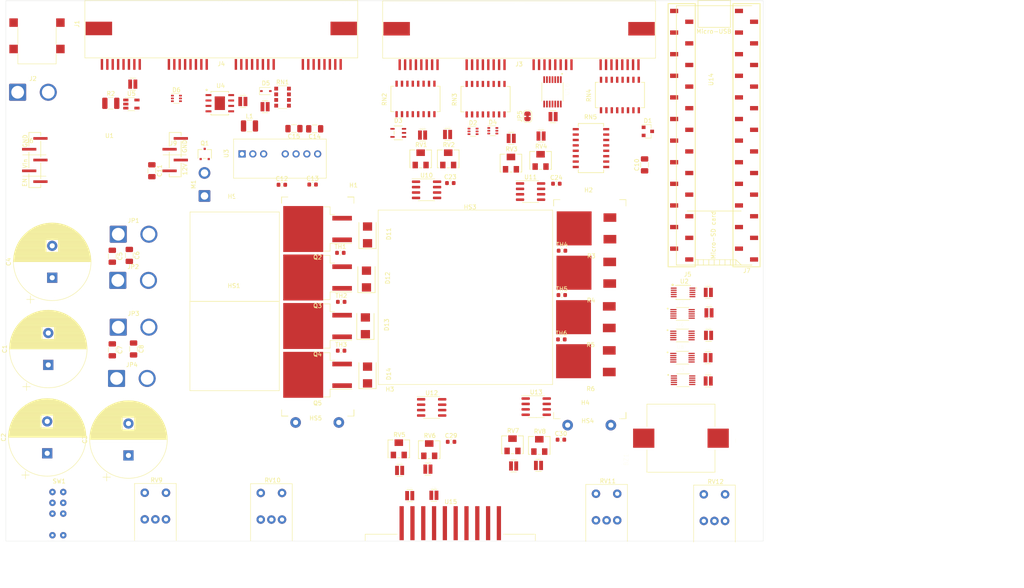
<source format=kicad_pcb>
(kicad_pcb (version 20171130) (host pcbnew "(5.1.6)-1")
  (layers (0 F.Cu mixed) (1 In1.Cu power) (2 In2.Cu mixed) (31 B.Cu mixed) (34 B.Paste user) (35 F.Paste user) (36 B.SilkS user) (37 F.SilkS user) (38 B.Mask user) (39 F.Mask user) (44 Edge.Cuts user))
  (net 0 "")
  (net 1 /Over_temp_alarm2)
  (net 2 GND)
  (net 3 /LED1+)
  (net 4 /5V-analog)
  (net 5 /12V)
  (net 6 /-5V)
  (net 7 "Net-(C13-Pad2)")
  (net 8 /5V)
  (net 9 /-0.25V_analog)
  (net 10 "Net-(C17-Pad1)")
  (net 11 "Net-(C18-Pad2)")
  (net 12 /10V-analog)
  (net 13 /-1.8V-analog)
  (net 14 "Net-(C23-Pad2)")
  (net 15 "Net-(C23-Pad1)")
  (net 16 "Net-(C24-Pad2)")
  (net 17 "Net-(C24-Pad1)")
  (net 18 "Net-(C29-Pad2)")
  (net 19 "Net-(C29-Pad1)")
  (net 20 "Net-(C30-Pad2)")
  (net 21 "Net-(C30-Pad1)")
  (net 22 /3.3V)
  (net 23 "Net-(C36-Pad1)")
  (net 24 /A-D_input_1)
  (net 25 /A-D_input_2)
  (net 26 /external_analog_3)
  (net 27 /external_analog_4)
  (net 28 /external_analog_1)
  (net 29 /external_analog_2)
  (net 30 /A-D_input_3)
  (net 31 /A-D_input_4)
  (net 32 "Net-(D5-Pad1)")
  (net 33 /Internal_Isense_4)
  (net 34 /Internal_Isense_3)
  (net 35 /Internal_Isense_2)
  (net 36 /Internal_Isense_1)
  (net 37 "Net-(J3-Pad23)")
  (net 38 "Net-(J3-Pad21)")
  (net 39 "Net-(J3-Pad19)")
  (net 40 /External_thermistor)
  (net 41 "Net-(J3-Pad15)")
  (net 42 "Net-(J3-Pad13)")
  (net 43 "Net-(J3-Pad11)")
  (net 44 "Net-(J3-Pad9)")
  (net 45 "Net-(J3-Pad7)")
  (net 46 "Net-(J3-Pad5)")
  (net 47 "Net-(J3-Pad3)")
  (net 48 "Net-(J3-Pad1)")
  (net 49 /LED4-)
  (net 50 /LED3-)
  (net 51 /LED2-)
  (net 52 /LED1-)
  (net 53 "Net-(JP5-Pad1)")
  (net 54 "Net-(M1-Pad2)")
  (net 55 /Internal_fan_PWM)
  (net 56 /Isense_1)
  (net 57 "Net-(Q2-Pad1)")
  (net 58 /Isense_2)
  (net 59 "Net-(Q3-Pad1)")
  (net 60 /Isense_3)
  (net 61 "Net-(Q4-Pad1)")
  (net 62 /Isense_4)
  (net 63 "Net-(Q5-Pad1)")
  (net 64 "Net-(RN1-Pad6)")
  (net 65 "Net-(RN1-Pad5)")
  (net 66 /Toggle_red_LED)
  (net 67 /Toggle_green_LED)
  (net 68 "Net-(RN2-Pad10)")
  (net 69 "Net-(RN2-Pad7)")
  (net 70 "Net-(RN2-Pad11)")
  (net 71 "Net-(RN3-Pad7)")
  (net 72 /MOSFET_temp_1)
  (net 73 /MOSFET_temp_2)
  (net 74 /MOSFET_temp_3)
  (net 75 /Resistor_temp_1)
  (net 76 /Resistor_temp_2)
  (net 77 /Resistor_temp_3)
  (net 78 "Net-(RV1-Pad3)")
  (net 79 "Net-(RV2-Pad3)")
  (net 80 "Net-(RV3-Pad3)")
  (net 81 "Net-(RV4-Pad3)")
  (net 82 "Net-(RV5-Pad3)")
  (net 83 "Net-(RV6-Pad3)")
  (net 84 "Net-(RV7-Pad3)")
  (net 85 "Net-(RV8-Pad3)")
  (net 86 "Net-(RV9-Pad3)")
  (net 87 /LED_pot_1)
  (net 88 "Net-(RV10-Pad3)")
  (net 89 /LED_pot_2)
  (net 90 "Net-(RV11-Pad3)")
  (net 91 /LED_pot_3)
  (net 92 "Net-(RV12-Pad3)")
  (net 93 /LED_pot_4)
  (net 94 "Net-(SW1-Pad3)")
  (net 95 /Toggle_switch)
  (net 96 "Net-(U1-Pad5)")
  (net 97 /internal_analog_1)
  (net 98 /internal_analog_2)
  (net 99 /internal_analog_3)
  (net 100 /internal_analog_4)
  (net 101 /MOSI0)
  (net 102 /DAC_CS)
  (net 103 /SCK0)
  (net 104 "Net-(U3-Pad5)")
  (net 105 "Net-(U3-Pad3)")
  (net 106 "Net-(U4-Pad2)")
  (net 107 "Net-(U4-Pad4)")
  (net 108 "Net-(U4-Pad6)")
  (net 109 "Net-(U4-Pad7)")
  (net 110 "Net-(U5-Pad4)")
  (net 111 /Interline_PWM_1)
  (net 112 /OA1_input)
  (net 113 /Analog_select_1)
  (net 114 /Interline_PWM_2)
  (net 115 /OA2_input)
  (net 116 /Analog_select_2)
  (net 117 /Interline_PWM_3)
  (net 118 /OA3_input)
  (net 119 /Analog_select_3)
  (net 120 /Interline_PWM_4)
  (net 121 /OA4_input)
  (net 122 /Analog_select_4)
  (net 123 "Net-(U10-Pad8)")
  (net 124 "Net-(U10-Pad5)")
  (net 125 "Net-(U10-Pad1)")
  (net 126 "Net-(U11-Pad8)")
  (net 127 "Net-(U11-Pad5)")
  (net 128 "Net-(U11-Pad1)")
  (net 129 "Net-(U12-Pad8)")
  (net 130 "Net-(U12-Pad5)")
  (net 131 "Net-(U12-Pad1)")
  (net 132 "Net-(U13-Pad8)")
  (net 133 "Net-(U13-Pad5)")
  (net 134 "Net-(U13-Pad1)")
  (net 135 /External_5V_PWM2)
  (net 136 /External_5V_PWM1)
  (net 137 /LCD_CS)
  (net 138 /LCD_reset)
  (net 139 "Net-(U16-Pad11)")
  (net 140 /Over_temp_alarm1)
  (net 141 "Net-(RN5-Pad7)")
  (net 142 "Net-(RN5-Pad8)")
  (net 143 "Net-(RN5-Pad9)")
  (net 144 "Net-(RN5-Pad10)")
  (net 145 /External_5V_trigger)
  (net 146 /MISO0)
  (module "Custom Footprints:Heatsink_634-20ABPE" (layer F.Cu) (at 182.25 121.75 180)
    (fp_text reference HS4 (at 8.5 -1) (layer F.SilkS))
    (fp_text value HS-RES)
    (pad 2 thru_hole circle (at 13.21 -2 180) (size 2.5 2.5) (drill 1.2) (layers *.Cu *.Mask) (net 2 GND))
    (pad 1 thru_hole circle (at 3.05 -2 180) (size 2.5 2.5) (drill 1.2) (layers *.Cu *.Mask) (net 2 GND))
  )
  (module "Custom Footprints:Heatsink_634-20ABPE" (layer F.Cu) (at 118.3 121.125 180)
    (fp_text reference HS5 (at 8.5 -1) (layer F.SilkS))
    (fp_text value HS-RES)
    (pad 2 thru_hole circle (at 13.21 -2 180) (size 2.5 2.5) (drill 1.2) (layers *.Cu *.Mask) (net 2 GND))
    (pad 1 thru_hole circle (at 3.05 -2 180) (size 2.5 2.5) (drill 1.2) (layers *.Cu *.Mask) (net 2 GND))
  )
  (module "Custom Footprints:21mmx21mm_HS_902-21-2-23-2-B-0" (layer F.Cu) (at 90.775 73.15)
    (fp_text reference HS2 (at -0.16 -3.15) (layer F.SilkS))
    (fp_text value HS-PCB)
  )
  (module "Custom Footprints:21mmx21mm_HS_902-21-2-23-2-B-0" (layer F.Cu) (at 90.75 94.15)
    (fp_text reference HS1 (at -0.16 -3.15) (layer F.SilkS))
    (fp_text value HS-PCB)
  )
  (module Resistor_SMD:R_0603_1608Metric (layer F.Cu) (at 167.7125 82.75)
    (fp_text reference TH4 (at 0 -1.43) (layer F.SilkS))
    (fp_text value Thermistor)
    (pad 2 smd roundrect (at 0.7875 0) (size 0.875 0.95) (layers F.Cu F.Paste F.Mask) (net 2 GND))
    (pad 1 smd roundrect (at -0.7875 0) (size 0.875 0.95) (layers F.Cu F.Paste F.Mask) (net 75 /Resistor_temp_1))
  )
  (module Jumper:SolderJumper-2_P1.3mm_Bridged_RoundedPad1.0x1.5mm (layer F.Cu) (at 159.6 51.175 90)
    (fp_text reference JP5 (at 0 -1.8 90) (layer F.SilkS))
    (fp_text value SolderJumper_2_Bridged)
    (fp_poly (pts (xy 0.25 -0.3) (xy -0.25 -0.3) (xy -0.25 0.3) (xy 0.25 0.3)) (layer F.Cu) (width 0))
    (pad 1 smd custom (at -0.65 0 90) (size 1 0.5) (layers F.Cu F.Mask) (net 53 "Net-(JP5-Pad1)") (options (clearance outline) (anchor rect)) (primitives (gr_circle (center 0 0.25) (end 0.5 0.25) (width 0)) (gr_circle (center 0 -0.25) (end 0.5 -0.25) (width 0)) (gr_poly (pts (xy 0 -0.75) (xy 0.5 -0.75) (xy 0.5 0.75) (xy 0 0.75)) (width 0))))
    (pad 2 smd custom (at 0.65 0 90) (size 1 0.5) (layers F.Cu F.Mask) (net 22 /3.3V) (options (clearance outline) (anchor rect)) (primitives (gr_circle (center 0 0.25) (end 0.5 0.25) (width 0)) (gr_circle (center 0 -0.25) (end 0.5 -0.25) (width 0)) (gr_poly (pts (xy 0 -0.75) (xy -0.5 -0.75) (xy -0.5 0.75) (xy 0 0.75)) (width 0))))
  )
  (module "Custom Footprints:XDCR_CPT-2016-75-SMT-TR" (layer F.Cu) (at 195.675 126.825 90)
    (fp_text reference BZ1 (at -5.075 -12.885 90) (layer F.SilkS) (effects (font (thickness 0.015))))
    (fp_text value CPT-2016-75-SMT-TR)
    (fp_text user - (at -0.5 12.75 90) (layer F.SilkS) (effects (font (size 1.32 1.32) (thickness 0.015))))
    (pad 1 smd rect (at 0 -8.75 90) (size 4.5 5) (layers F.Cu F.Paste F.Mask) (net 140 /Over_temp_alarm1))
    (pad 2 smd rect (at 0 8.75 90) (size 4.5 5) (layers F.Cu F.Paste F.Mask) (net 1 /Over_temp_alarm2))
  )
  (module "Custom Footprints:SN74LV4T125" (layer F.Cu) (at 165.475 45.405 270)
    (fp_text reference U16 (at -0.595 -3.435 90) (layer F.SilkS) (effects (font (thickness 0.015))))
    (fp_text value SN74LV4T125PWR)
    (pad 1 smd rect (at -2.87 -1.95 270) (size 1.57 0.41) (layers F.Cu F.Paste F.Mask) (net 2 GND))
    (pad 2 smd rect (at -2.87 -1.3 270) (size 1.57 0.41) (layers F.Cu F.Paste F.Mask) (net 145 /External_5V_trigger))
    (pad 3 smd rect (at -2.87 -0.65 270) (size 1.57 0.41) (layers F.Cu F.Paste F.Mask) (net 39 "Net-(J3-Pad19)"))
    (pad 4 smd rect (at -2.87 0 270) (size 1.57 0.41) (layers F.Cu F.Paste F.Mask) (net 2 GND))
    (pad 5 smd rect (at -2.87 0.65 270) (size 1.57 0.41) (layers F.Cu F.Paste F.Mask) (net 136 /External_5V_PWM1))
    (pad 6 smd rect (at -2.87 1.3 270) (size 1.57 0.41) (layers F.Cu F.Paste F.Mask) (net 38 "Net-(J3-Pad21)"))
    (pad 7 smd rect (at -2.87 1.95 270) (size 1.57 0.41) (layers F.Cu F.Paste F.Mask) (net 2 GND))
    (pad 8 smd rect (at 2.87 1.95 270) (size 1.57 0.41) (layers F.Cu F.Paste F.Mask) (net 37 "Net-(J3-Pad23)"))
    (pad 9 smd rect (at 2.87 1.3 270) (size 1.57 0.41) (layers F.Cu F.Paste F.Mask) (net 135 /External_5V_PWM2))
    (pad 10 smd rect (at 2.87 0.65 270) (size 1.57 0.41) (layers F.Cu F.Paste F.Mask) (net 2 GND))
    (pad 11 smd rect (at 2.87 0 270) (size 1.57 0.41) (layers F.Cu F.Paste F.Mask) (net 139 "Net-(U16-Pad11)"))
    (pad 12 smd rect (at 2.87 -0.65 270) (size 1.57 0.41) (layers F.Cu F.Paste F.Mask) (net 8 /5V))
    (pad 13 smd rect (at 2.87 -1.3 270) (size 1.57 0.41) (layers F.Cu F.Paste F.Mask) (net 8 /5V))
    (pad 14 smd rect (at 2.87 -1.95 270) (size 1.57 0.41) (layers F.Cu F.Paste F.Mask) (net 8 /5V))
  )
  (module "Custom Footprints:LCD-EA_DOGS164N-A" (layer F.Cu) (at 141.45 149.4)
    (fp_text reference U15 (at 0.12 -7.63 180) (layer F.SilkS))
    (fp_text value LCD-EA_DOGS164N-A)
    (pad 11 smd rect (at -11.43 -2.6) (size 1 8) (layers F.Cu F.Paste F.Mask) (net 23 "Net-(C36-Pad1)"))
    (pad 12 smd rect (at -8.89 -2.6) (size 1 8) (layers F.Cu F.Paste F.Mask) (net 22 /3.3V))
    (pad 13 smd rect (at -6.35 -2.6) (size 1 8) (layers F.Cu F.Paste F.Mask) (net 22 /3.3V))
    (pad 14 smd rect (at -3.81 -2.6) (size 1 8) (layers F.Cu F.Paste F.Mask) (net 2 GND))
    (pad 15 smd rect (at -1.27 -2.6) (size 1 8) (layers F.Cu F.Paste F.Mask) (net 146 /MISO0))
    (pad 16 smd rect (at 1.27 -2.6) (size 1 8) (layers F.Cu F.Paste F.Mask) (net 101 /MOSI0))
    (pad 17 smd rect (at 3.81 -2.6) (size 1 8) (layers F.Cu F.Paste F.Mask) (net 103 /SCK0))
    (pad 18 smd rect (at 6.35 -2.6) (size 1 8) (layers F.Cu F.Paste F.Mask) (net 137 /LCD_CS))
    (pad 19 smd rect (at 8.89 -2.6) (size 1 8) (layers F.Cu F.Paste F.Mask) (net 2 GND))
    (pad 20 smd rect (at 11.43 -2.6) (size 1 8) (layers F.Cu F.Paste F.Mask) (net 138 /LCD_reset))
  )
  (module "Custom Footprints:Teensy_3_6_with_headers" (layer F.Cu) (at 195.85 55.6 270)
    (fp_text reference U14 (at -13.1 -6.9 90) (layer F.SilkS))
    (fp_text value Teensy3.6)
    (fp_text user "Micro-SD card" (at 23.49 -7.45 270) (layer F.SilkS))
    (fp_text user Micro-USB (at -24.4 -7.58) (layer F.SilkS))
    (pad None np_thru_hole circle (at -27.94 0 270) (size 1.19 1.19) (drill 1.19) (layers *.Cu *.Mask))
    (pad None np_thru_hole circle (at 27.94 0 270) (size 1.19 1.19) (drill 1.19) (layers *.Cu *.Mask))
    (pad 24 smd rect (at 29.21 -1.778 270) (size 1.02 1.905) (layers F.Cu F.Paste) (net 25 /A-D_input_2))
    (pad 23 smd rect (at 26.67 1.778 270) (size 1.02 1.905) (layers F.Cu F.Paste) (net 24 /A-D_input_1))
    (pad 22 smd rect (at 24.13 -1.778 270) (size 1.02 1.905) (layers F.Cu F.Paste) (net 135 /External_5V_PWM2))
    (pad 21 smd rect (at 21.59 1.778 270) (size 1.02 1.905) (layers F.Cu F.Paste) (net 136 /External_5V_PWM1))
    (pad 20 smd rect (at 19.05 -1.778 270) (size 1.02 1.905) (layers F.Cu F.Paste) (net 145 /External_5V_trigger))
    (pad 19 smd rect (at 16.51 1.778 270) (size 1.02 1.905) (layers F.Cu F.Paste) (net 95 /Toggle_switch))
    (pad 18 smd rect (at 13.97 -1.778 270) (size 1.02 1.905) (layers F.Cu F.Paste) (net 67 /Toggle_green_LED))
    (pad 17 smd rect (at 11.43 1.778 270) (size 1.02 1.905) (layers F.Cu F.Paste) (net 66 /Toggle_red_LED))
    (pad 16 smd rect (at 8.89 -1.778 270) (size 1.02 1.905) (layers F.Cu F.Paste) (net 1 /Over_temp_alarm2))
    (pad 15 smd rect (at 6.35 1.778 270) (size 1.02 1.905) (layers F.Cu F.Paste) (net 22 /3.3V))
    (pad 14 smd rect (at 3.81 -1.778 270) (size 1.02 1.905) (layers F.Cu F.Paste) (net 146 /MISO0))
    (pad 13 smd rect (at 1.27 1.778 270) (size 1.02 1.905) (layers F.Cu F.Paste) (net 101 /MOSI0))
    (pad 12 smd rect (at -1.27 -1.778 270) (size 1.02 1.905) (layers F.Cu F.Paste) (net 55 /Internal_fan_PWM))
    (pad 11 smd rect (at -3.81 1.778 270) (size 1.02 1.905) (layers F.Cu F.Paste) (net 122 /Analog_select_4))
    (pad 10 smd rect (at -6.35 -1.778 270) (size 1.02 1.905) (layers F.Cu F.Paste) (net 120 /Interline_PWM_4))
    (pad 9 smd rect (at -8.89 1.778 270) (size 1.02 1.905) (layers F.Cu F.Paste) (net 119 /Analog_select_3))
    (pad 8 smd rect (at -11.43 -1.778 270) (size 1.02 1.905) (layers F.Cu F.Paste) (net 117 /Interline_PWM_3))
    (pad 7 smd rect (at -13.97 1.778 270) (size 1.02 1.905) (layers F.Cu F.Paste) (net 116 /Analog_select_2))
    (pad 6 smd rect (at -16.51 -1.778 270) (size 1.02 1.905) (layers F.Cu F.Paste) (net 114 /Interline_PWM_2))
    (pad 5 smd rect (at -19.05 1.778 270) (size 1.02 1.905) (layers F.Cu F.Paste) (net 113 /Analog_select_1))
    (pad 4 smd rect (at -21.59 -1.778 270) (size 1.02 1.905) (layers F.Cu F.Paste) (net 111 /Interline_PWM_1))
    (pad 3 smd rect (at -24.13 1.778 270) (size 1.02 1.905) (layers F.Cu F.Paste) (net 137 /LCD_CS))
    (pad 2 smd rect (at -26.67 -1.778 270) (size 1.02 1.905) (layers F.Cu F.Paste) (net 138 /LCD_reset))
    (pad 1 smd rect (at -29.21 1.778 270) (size 1.02 1.905) (layers F.Cu F.Paste) (net 2 GND))
    (pad 49 smd rect (at -19.05 -13.462 270) (size 1.02 1.905) (layers F.Cu F.Paste) (net 91 /LED_pot_3))
    (pad 42 smd rect (at -1.27 -17.018 270) (size 1.02 1.905) (layers F.Cu F.Paste) (net 36 /Internal_Isense_1))
    (pad 38 smd rect (at 8.89 -17.018 270) (size 1.02 1.905) (layers F.Cu F.Paste) (net 33 /Internal_Isense_4))
    (pad 36 smd rect (at 13.97 -17.018 270) (size 1.02 1.905) (layers F.Cu F.Paste) (net 34 /Internal_Isense_3))
    (pad 32 smd rect (at 24.13 -17.018 270) (size 1.02 1.905) (layers F.Cu F.Paste) (net 75 /Resistor_temp_1))
    (pad 31 smd rect (at 26.67 -13.462 270) (size 1.02 1.905) (layers F.Cu F.Paste) (net 31 /A-D_input_4))
    (pad None np_thru_hole circle (at -27.94 -15.24 270) (size 1.19 1.19) (drill 1.19) (layers *.Cu *.Mask))
    (pad 44 smd rect (at -6.35 -17.018 270) (size 1.02 1.905) (layers F.Cu F.Paste) (net 72 /MOSFET_temp_1))
    (pad 51 smd rect (at -24.13 -13.462 270) (size 1.02 1.905) (layers F.Cu F.Paste) (net 22 /3.3V))
    (pad 48 smd rect (at -16.51 -17.018 270) (size 1.02 1.905) (layers F.Cu F.Paste) (net 89 /LED_pot_2))
    (pad 46 smd rect (at -11.43 -17.018 270) (size 1.02 1.905) (layers F.Cu F.Paste) (net 74 /MOSFET_temp_3))
    (pad 45 smd rect (at -8.89 -13.462 270) (size 1.02 1.905) (layers F.Cu F.Paste) (net 73 /MOSFET_temp_2))
    (pad 40 smd rect (at 3.81 -17.018 270) (size 1.02 1.905) (layers F.Cu F.Paste) (net 103 /SCK0))
    (pad 35 smd rect (at 16.51 -13.462 270) (size 1.02 1.905) (layers F.Cu F.Paste) (net 140 /Over_temp_alarm1))
    (pad 39 smd rect (at 6.35 -13.462 270) (size 1.02 1.905) (layers F.Cu F.Paste) (net 2 GND))
    (pad 34 smd rect (at 19.05 -17.018 270) (size 1.02 1.905) (layers F.Cu F.Paste) (net 77 /Resistor_temp_3))
    (pad 53 smd rect (at -29.21 -13.462 270) (size 1.02 1.905) (layers F.Cu F.Paste) (net 8 /5V))
    (pad 47 smd rect (at -13.97 -13.462 270) (size 1.02 1.905) (layers F.Cu F.Paste) (net 87 /LED_pot_1))
    (pad 52 smd rect (at -26.67 -17.018 270) (size 1.02 1.905) (layers F.Cu F.Paste) (net 2 GND))
    (pad 50 smd rect (at -21.59 -17.018 270) (size 1.02 1.905) (layers F.Cu F.Paste) (net 93 /LED_pot_4))
    (pad None np_thru_hole circle (at 27.94 -15.24 270) (size 1.19 1.19) (drill 1.19) (layers *.Cu *.Mask))
    (pad 43 smd rect (at -3.81 -13.462 270) (size 1.02 1.905) (layers F.Cu F.Paste) (net 35 /Internal_Isense_2))
    (pad 37 smd rect (at 11.43 -13.462 270) (size 1.02 1.905) (layers F.Cu F.Paste) (net 40 /External_thermistor))
    (pad 33 smd rect (at 21.59 -13.462 270) (size 1.02 1.905) (layers F.Cu F.Paste) (net 76 /Resistor_temp_2))
    (pad 30 smd rect (at 29.21 -17.018 270) (size 1.02 1.905) (layers F.Cu F.Paste) (net 30 /A-D_input_3))
    (pad 41 smd rect (at 1.27 -13.462 270) (size 1.02 1.905) (layers F.Cu F.Paste) (net 102 /DAC_CS))
  )
  (module Package_SO:SOIC-8_3.9x4.9mm_P1.27mm (layer F.Cu) (at 161.65 119.41)
    (fp_text reference U13 (at 0 -3.4) (layer F.SilkS))
    (fp_text value LT6200CS8-10)
    (pad 8 smd roundrect (at 2.475 -1.905) (size 1.95 0.6) (layers F.Cu F.Paste F.Mask) (net 132 "Net-(U13-Pad8)"))
    (pad 7 smd roundrect (at 2.475 -0.635) (size 1.95 0.6) (layers F.Cu F.Paste F.Mask) (net 12 /10V-analog))
    (pad 6 smd roundrect (at 2.475 0.635) (size 1.95 0.6) (layers F.Cu F.Paste F.Mask) (net 21 "Net-(C30-Pad1)"))
    (pad 5 smd roundrect (at 2.475 1.905) (size 1.95 0.6) (layers F.Cu F.Paste F.Mask) (net 133 "Net-(U13-Pad5)"))
    (pad 4 smd roundrect (at -2.475 1.905) (size 1.95 0.6) (layers F.Cu F.Paste F.Mask) (net 13 /-1.8V-analog))
    (pad 3 smd roundrect (at -2.475 0.635) (size 1.95 0.6) (layers F.Cu F.Paste F.Mask) (net 121 /OA4_input))
    (pad 2 smd roundrect (at -2.475 -0.635) (size 1.95 0.6) (layers F.Cu F.Paste F.Mask) (net 20 "Net-(C30-Pad2)"))
    (pad 1 smd roundrect (at -2.475 -1.905) (size 1.95 0.6) (layers F.Cu F.Paste F.Mask) (net 134 "Net-(U13-Pad1)"))
  )
  (module Package_SO:SOIC-8_3.9x4.9mm_P1.27mm (layer F.Cu) (at 137.075 119.585)
    (fp_text reference U12 (at 0 -3.4) (layer F.SilkS))
    (fp_text value LT6200CS8-10)
    (pad 8 smd roundrect (at 2.475 -1.905) (size 1.95 0.6) (layers F.Cu F.Paste F.Mask) (net 129 "Net-(U12-Pad8)"))
    (pad 7 smd roundrect (at 2.475 -0.635) (size 1.95 0.6) (layers F.Cu F.Paste F.Mask) (net 12 /10V-analog))
    (pad 6 smd roundrect (at 2.475 0.635) (size 1.95 0.6) (layers F.Cu F.Paste F.Mask) (net 19 "Net-(C29-Pad1)"))
    (pad 5 smd roundrect (at 2.475 1.905) (size 1.95 0.6) (layers F.Cu F.Paste F.Mask) (net 130 "Net-(U12-Pad5)"))
    (pad 4 smd roundrect (at -2.475 1.905) (size 1.95 0.6) (layers F.Cu F.Paste F.Mask) (net 13 /-1.8V-analog))
    (pad 3 smd roundrect (at -2.475 0.635) (size 1.95 0.6) (layers F.Cu F.Paste F.Mask) (net 118 /OA3_input))
    (pad 2 smd roundrect (at -2.475 -0.635) (size 1.95 0.6) (layers F.Cu F.Paste F.Mask) (net 18 "Net-(C29-Pad2)"))
    (pad 1 smd roundrect (at -2.475 -1.905) (size 1.95 0.6) (layers F.Cu F.Paste F.Mask) (net 131 "Net-(U12-Pad1)"))
  )
  (module Package_SO:SOIC-8_3.9x4.9mm_P1.27mm (layer F.Cu) (at 160.325 68.85)
    (fp_text reference U11 (at 0 -3.4) (layer F.SilkS))
    (fp_text value LT6200CS8-10)
    (pad 8 smd roundrect (at 2.475 -1.905) (size 1.95 0.6) (layers F.Cu F.Paste F.Mask) (net 126 "Net-(U11-Pad8)"))
    (pad 7 smd roundrect (at 2.475 -0.635) (size 1.95 0.6) (layers F.Cu F.Paste F.Mask) (net 12 /10V-analog))
    (pad 6 smd roundrect (at 2.475 0.635) (size 1.95 0.6) (layers F.Cu F.Paste F.Mask) (net 17 "Net-(C24-Pad1)"))
    (pad 5 smd roundrect (at 2.475 1.905) (size 1.95 0.6) (layers F.Cu F.Paste F.Mask) (net 127 "Net-(U11-Pad5)"))
    (pad 4 smd roundrect (at -2.475 1.905) (size 1.95 0.6) (layers F.Cu F.Paste F.Mask) (net 13 /-1.8V-analog))
    (pad 3 smd roundrect (at -2.475 0.635) (size 1.95 0.6) (layers F.Cu F.Paste F.Mask) (net 115 /OA2_input))
    (pad 2 smd roundrect (at -2.475 -0.635) (size 1.95 0.6) (layers F.Cu F.Paste F.Mask) (net 16 "Net-(C24-Pad2)"))
    (pad 1 smd roundrect (at -2.475 -1.905) (size 1.95 0.6) (layers F.Cu F.Paste F.Mask) (net 128 "Net-(U11-Pad1)"))
  )
  (module Package_SO:SOIC-8_3.9x4.9mm_P1.27mm (layer F.Cu) (at 135.875 68.435)
    (fp_text reference U10 (at 0 -3.4) (layer F.SilkS))
    (fp_text value LT6200CS8-10)
    (pad 8 smd roundrect (at 2.475 -1.905) (size 1.95 0.6) (layers F.Cu F.Paste F.Mask) (net 123 "Net-(U10-Pad8)"))
    (pad 7 smd roundrect (at 2.475 -0.635) (size 1.95 0.6) (layers F.Cu F.Paste F.Mask) (net 12 /10V-analog))
    (pad 6 smd roundrect (at 2.475 0.635) (size 1.95 0.6) (layers F.Cu F.Paste F.Mask) (net 15 "Net-(C23-Pad1)"))
    (pad 5 smd roundrect (at 2.475 1.905) (size 1.95 0.6) (layers F.Cu F.Paste F.Mask) (net 124 "Net-(U10-Pad5)"))
    (pad 4 smd roundrect (at -2.475 1.905) (size 1.95 0.6) (layers F.Cu F.Paste F.Mask) (net 13 /-1.8V-analog))
    (pad 3 smd roundrect (at -2.475 0.635) (size 1.95 0.6) (layers F.Cu F.Paste F.Mask) (net 112 /OA1_input))
    (pad 2 smd roundrect (at -2.475 -0.635) (size 1.95 0.6) (layers F.Cu F.Paste F.Mask) (net 14 "Net-(C23-Pad2)"))
    (pad 1 smd roundrect (at -2.475 -1.905) (size 1.95 0.6) (layers F.Cu F.Paste F.Mask) (net 125 "Net-(U10-Pad1)"))
  )
  (module "Custom Footprints:TMUX1204DGSR" (layer F.Cu) (at 196.175 113.2)
    (fp_text reference U9 (at -0.46 -2.508) (layer F.SilkS) (effects (font (size 0.8 0.8) (thickness 0.015))))
    (fp_text value TMUX1204DGSR)
    (pad 1 smd rect (at -2.15 -1) (size 1.47 0.28) (layers F.Cu F.Paste F.Mask) (net 120 /Interline_PWM_4))
    (pad 2 smd rect (at -2.15 -0.5) (size 1.47 0.28) (layers F.Cu F.Paste F.Mask) (net 100 /internal_analog_4))
    (pad 3 smd rect (at -2.15 0) (size 1.47 0.28) (layers F.Cu F.Paste F.Mask) (net 2 GND))
    (pad 4 smd rect (at -2.15 0.5) (size 1.47 0.28) (layers F.Cu F.Paste F.Mask) (net 27 /external_analog_4))
    (pad 5 smd rect (at -2.15 1) (size 1.47 0.28) (layers F.Cu F.Paste F.Mask) (net 11 "Net-(C18-Pad2)"))
    (pad 6 smd rect (at 2.15 1) (size 1.47 0.28) (layers F.Cu F.Paste F.Mask) (net 11 "Net-(C18-Pad2)"))
    (pad 7 smd rect (at 2.15 0.5) (size 1.47 0.28) (layers F.Cu F.Paste F.Mask) (net 9 /-0.25V_analog))
    (pad 8 smd rect (at 2.15 0) (size 1.47 0.28) (layers F.Cu F.Paste F.Mask) (net 121 /OA4_input))
    (pad 9 smd rect (at 2.15 -0.5) (size 1.47 0.28) (layers F.Cu F.Paste F.Mask) (net 9 /-0.25V_analog))
    (pad 10 smd rect (at 2.15 -1) (size 1.47 0.28) (layers F.Cu F.Paste F.Mask) (net 122 /Analog_select_4))
  )
  (module "Custom Footprints:TMUX1204DGSR" (layer F.Cu) (at 196.025 107.9)
    (fp_text reference U8 (at -0.46 -2.508) (layer F.SilkS) (effects (font (size 0.8 0.8) (thickness 0.015))))
    (fp_text value TMUX1204DGSR)
    (pad 1 smd rect (at -2.15 -1) (size 1.47 0.28) (layers F.Cu F.Paste F.Mask) (net 117 /Interline_PWM_3))
    (pad 2 smd rect (at -2.15 -0.5) (size 1.47 0.28) (layers F.Cu F.Paste F.Mask) (net 99 /internal_analog_3))
    (pad 3 smd rect (at -2.15 0) (size 1.47 0.28) (layers F.Cu F.Paste F.Mask) (net 2 GND))
    (pad 4 smd rect (at -2.15 0.5) (size 1.47 0.28) (layers F.Cu F.Paste F.Mask) (net 26 /external_analog_3))
    (pad 5 smd rect (at -2.15 1) (size 1.47 0.28) (layers F.Cu F.Paste F.Mask) (net 11 "Net-(C18-Pad2)"))
    (pad 6 smd rect (at 2.15 1) (size 1.47 0.28) (layers F.Cu F.Paste F.Mask) (net 11 "Net-(C18-Pad2)"))
    (pad 7 smd rect (at 2.15 0.5) (size 1.47 0.28) (layers F.Cu F.Paste F.Mask) (net 9 /-0.25V_analog))
    (pad 8 smd rect (at 2.15 0) (size 1.47 0.28) (layers F.Cu F.Paste F.Mask) (net 118 /OA3_input))
    (pad 9 smd rect (at 2.15 -0.5) (size 1.47 0.28) (layers F.Cu F.Paste F.Mask) (net 9 /-0.25V_analog))
    (pad 10 smd rect (at 2.15 -1) (size 1.47 0.28) (layers F.Cu F.Paste F.Mask) (net 119 /Analog_select_3))
  )
  (module "Custom Footprints:TMUX1204DGSR" (layer F.Cu) (at 196.05 97.6)
    (fp_text reference U7 (at -0.46 -2.508) (layer F.SilkS) (effects (font (size 0.8 0.8) (thickness 0.015))))
    (fp_text value TMUX1204DGSR)
    (pad 1 smd rect (at -2.15 -1) (size 1.47 0.28) (layers F.Cu F.Paste F.Mask) (net 114 /Interline_PWM_2))
    (pad 2 smd rect (at -2.15 -0.5) (size 1.47 0.28) (layers F.Cu F.Paste F.Mask) (net 98 /internal_analog_2))
    (pad 3 smd rect (at -2.15 0) (size 1.47 0.28) (layers F.Cu F.Paste F.Mask) (net 2 GND))
    (pad 4 smd rect (at -2.15 0.5) (size 1.47 0.28) (layers F.Cu F.Paste F.Mask) (net 29 /external_analog_2))
    (pad 5 smd rect (at -2.15 1) (size 1.47 0.28) (layers F.Cu F.Paste F.Mask) (net 11 "Net-(C18-Pad2)"))
    (pad 6 smd rect (at 2.15 1) (size 1.47 0.28) (layers F.Cu F.Paste F.Mask) (net 11 "Net-(C18-Pad2)"))
    (pad 7 smd rect (at 2.15 0.5) (size 1.47 0.28) (layers F.Cu F.Paste F.Mask) (net 9 /-0.25V_analog))
    (pad 8 smd rect (at 2.15 0) (size 1.47 0.28) (layers F.Cu F.Paste F.Mask) (net 115 /OA2_input))
    (pad 9 smd rect (at 2.15 -0.5) (size 1.47 0.28) (layers F.Cu F.Paste F.Mask) (net 9 /-0.25V_analog))
    (pad 10 smd rect (at 2.15 -1) (size 1.47 0.28) (layers F.Cu F.Paste F.Mask) (net 116 /Analog_select_2))
  )
  (module "Custom Footprints:TMUX1204DGSR" (layer F.Cu) (at 196.025 102.675)
    (fp_text reference U6 (at -0.46 -2.508) (layer F.SilkS) (effects (font (size 0.8 0.8) (thickness 0.015))))
    (fp_text value TMUX1204DGSR)
    (pad 1 smd rect (at -2.15 -1) (size 1.47 0.28) (layers F.Cu F.Paste F.Mask) (net 111 /Interline_PWM_1))
    (pad 2 smd rect (at -2.15 -0.5) (size 1.47 0.28) (layers F.Cu F.Paste F.Mask) (net 97 /internal_analog_1))
    (pad 3 smd rect (at -2.15 0) (size 1.47 0.28) (layers F.Cu F.Paste F.Mask) (net 2 GND))
    (pad 4 smd rect (at -2.15 0.5) (size 1.47 0.28) (layers F.Cu F.Paste F.Mask) (net 28 /external_analog_1))
    (pad 5 smd rect (at -2.15 1) (size 1.47 0.28) (layers F.Cu F.Paste F.Mask) (net 11 "Net-(C18-Pad2)"))
    (pad 6 smd rect (at 2.15 1) (size 1.47 0.28) (layers F.Cu F.Paste F.Mask) (net 11 "Net-(C18-Pad2)"))
    (pad 7 smd rect (at 2.15 0.5) (size 1.47 0.28) (layers F.Cu F.Paste F.Mask) (net 9 /-0.25V_analog))
    (pad 8 smd rect (at 2.15 0) (size 1.47 0.28) (layers F.Cu F.Paste F.Mask) (net 112 /OA1_input))
    (pad 9 smd rect (at 2.15 -0.5) (size 1.47 0.28) (layers F.Cu F.Paste F.Mask) (net 9 /-0.25V_analog))
    (pad 10 smd rect (at 2.15 -1) (size 1.47 0.28) (layers F.Cu F.Paste F.Mask) (net 113 /Analog_select_1))
  )
  (module Package_TO_SOT_SMD:TSOT-23-5 (layer F.Cu) (at 66.485 48.275)
    (fp_text reference U5 (at 0 -2.45) (layer F.SilkS))
    (fp_text value ADP7182AUJZ-1.8-R7)
    (pad 5 smd rect (at 1.31 -0.95) (size 1.22 0.65) (layers F.Cu F.Paste F.Mask) (net 13 /-1.8V-analog))
    (pad 4 smd rect (at 1.31 0.95) (size 1.22 0.65) (layers F.Cu F.Paste F.Mask) (net 110 "Net-(U5-Pad4)"))
    (pad 3 smd rect (at -1.31 0.95) (size 1.22 0.65) (layers F.Cu F.Paste F.Mask) (net 10 "Net-(C17-Pad1)"))
    (pad 2 smd rect (at -1.31 0) (size 1.22 0.65) (layers F.Cu F.Paste F.Mask) (net 10 "Net-(C17-Pad1)"))
    (pad 1 smd rect (at -1.31 -0.95) (size 1.22 0.65) (layers F.Cu F.Paste F.Mask) (net 2 GND))
  )
  (module "Custom Footprints:BDJ0GA5WEFJ-E2" (layer F.Cu) (at 87.275 48.075)
    (fp_text reference U4 (at 0.2 -4.1) (layer F.SilkS))
    (fp_text value BDJ0GA5WEFJ-E2 hide)
    (fp_text user * (at -3.1 -2.8) (layer F.SilkS))
    (pad 1 smd rect (at -2.667 -1.905) (size 1.3716 0.4826) (layers F.Cu F.Paste F.Mask) (net 12 /10V-analog))
    (pad 2 smd rect (at -2.667 -0.635) (size 1.3716 0.4826) (layers F.Cu F.Paste F.Mask) (net 106 "Net-(U4-Pad2)"))
    (pad 3 smd rect (at -2.667 0.635) (size 1.3716 0.4826) (layers F.Cu F.Paste F.Mask) (net 2 GND))
    (pad 4 smd rect (at -2.667 1.905) (size 1.3716 0.4826) (layers F.Cu F.Paste F.Mask) (net 107 "Net-(U4-Pad4)"))
    (pad 5 smd rect (at 2.667 1.905) (size 1.3716 0.4826) (layers F.Cu F.Paste F.Mask) (net 5 /12V))
    (pad 6 smd rect (at 2.667 0.635) (size 1.3716 0.4826) (layers F.Cu F.Paste F.Mask) (net 108 "Net-(U4-Pad6)"))
    (pad 7 smd rect (at 2.667 -0.635) (size 1.3716 0.4826) (layers F.Cu F.Paste F.Mask) (net 109 "Net-(U4-Pad7)"))
    (pad 8 smd rect (at 2.667 -1.905) (size 1.3716 0.4826) (layers F.Cu F.Paste F.Mask) (net 5 /12V))
    (pad EPAD smd rect (at 0 0) (size 2.413 3.2004) (layers F.Cu F.Paste F.Mask) (net 2 GND))
  )
  (module "Custom Footprints:DPBW06F-05" (layer F.Cu) (at 92.5 60 90)
    (fp_text reference U3 (at 0.1 -3.7 90) (layer F.SilkS))
    (fp_text value DPBW06F-05)
    (pad 8 thru_hole oval (at 0 17.78 90) (size 1.7 1.7) (drill 1) (layers *.Cu *.Mask) (net 6 /-5V))
    (pad 7 thru_hole oval (at 0 15.24 90) (size 1.7 1.7) (drill 1) (layers *.Cu *.Mask) (net 2 GND))
    (pad 6 thru_hole oval (at 0 12.7 90) (size 1.7 1.7) (drill 1) (layers *.Cu *.Mask) (net 8 /5V))
    (pad 5 thru_hole oval (at 0 10.16 90) (size 1.7 1.7) (drill 1) (layers *.Cu *.Mask) (net 104 "Net-(U3-Pad5)"))
    (pad 3 thru_hole oval (at 0 5.08 90) (size 1.7 1.7) (drill 1) (layers *.Cu *.Mask) (net 105 "Net-(U3-Pad3)"))
    (pad 2 thru_hole oval (at 0 2.54 90) (size 1.7 1.7) (drill 1) (layers *.Cu *.Mask) (net 7 "Net-(C13-Pad2)"))
    (pad 1 thru_hole rect (at 0 0 90) (size 1.7 1.7) (drill 1) (layers *.Cu *.Mask) (net 2 GND))
  )
  (module "Custom Footprints:DAC084S085CIMM" (layer F.Cu) (at 196.175 92.55)
    (fp_text reference U2 (at 0.3 -2.6) (layer F.SilkS))
    (fp_text value DAC124S085 hide)
    (fp_text user * (at -2.4511 -1.4367) (layer F.SilkS))
    (fp_text user * (at -2.4511 -1.4367) (layer F.SilkS))
    (pad 1 smd rect (at -2.1971 -1.000001) (size 1.3716 0.2794) (layers F.Cu F.Paste F.Mask) (net 4 /5V-analog))
    (pad 2 smd rect (at -2.1971 -0.499999) (size 1.3716 0.2794) (layers F.Cu F.Paste F.Mask) (net 97 /internal_analog_1))
    (pad 3 smd rect (at -2.1971 0) (size 1.3716 0.2794) (layers F.Cu F.Paste F.Mask) (net 98 /internal_analog_2))
    (pad 4 smd rect (at -2.1971 0.499999) (size 1.3716 0.2794) (layers F.Cu F.Paste F.Mask) (net 99 /internal_analog_3))
    (pad 5 smd rect (at -2.1971 1.000001) (size 1.3716 0.2794) (layers F.Cu F.Paste F.Mask) (net 100 /internal_analog_4))
    (pad 6 smd rect (at 2.1971 1.000001) (size 1.3716 0.2794) (layers F.Cu F.Paste F.Mask) (net 2 GND))
    (pad 7 smd rect (at 2.1971 0.499999) (size 1.3716 0.2794) (layers F.Cu F.Paste F.Mask) (net 4 /5V-analog))
    (pad 8 smd rect (at 2.1971 0) (size 1.3716 0.2794) (layers F.Cu F.Paste F.Mask) (net 101 /MOSI0))
    (pad 9 smd rect (at 2.1971 -0.499999) (size 1.3716 0.2794) (layers F.Cu F.Paste F.Mask) (net 102 /DAC_CS))
    (pad 10 smd rect (at 2.1971 -1.000001) (size 1.3716 0.2794) (layers F.Cu F.Paste F.Mask) (net 103 /SCK0))
  )
  (module "Custom Footprints:S18V20F12_12V_DC" (layer F.Cu) (at 40.425 54.725)
    (fp_text reference U1 (at 20.9 1) (layer F.SilkS))
    (fp_text value S20V18F12_12V_DC hide)
    (fp_text user EN (at 1 12 90) (layer F.SilkS))
    (fp_text user GND (at 38.6 3.5 90) (layer F.SilkS))
    (fp_text user 12V (at 38.65 8.9 90) (layer F.SilkS))
    (fp_text user GND (at 1.1 2.25 90) (layer F.SilkS))
    (fp_text user Vin (at 1.1 7.55 90) (layer F.SilkS))
    (pad 5 smd rect (at 4.6808 11.79 270) (size 0.635 3.3528) (layers F.Cu F.Paste F.Mask) (net 96 "Net-(U1-Pad5)"))
    (pad 1 smd rect (at 4.6808 1.63 270) (size 0.635 3.3528) (layers F.Cu F.Paste F.Mask) (net 2 GND))
    (pad 2 smd rect (at 2.0392 4.17 270) (size 0.635 3.3528) (layers F.Cu F.Paste F.Mask) (net 2 GND))
    (pad 3 smd rect (at 4.6808 6.71 270) (size 0.635 3.3528) (layers F.Cu F.Paste F.Mask) (net 3 /LED1+))
    (pad 4 smd rect (at 2.0392 9.25 270) (size 0.635 3.3528) (layers F.Cu F.Paste F.Mask) (net 3 /LED1+))
    (pad 6 smd rect (at 35.0392 9.25 270) (size 0.635 3.3528) (layers F.Cu F.Paste F.Mask) (net 5 /12V))
    (pad 7 smd rect (at 37.6808 6.71 270) (size 0.635 3.3528) (layers F.Cu F.Paste F.Mask) (net 5 /12V))
    (pad 8 smd rect (at 35.0392 4.17 270) (size 0.635 3.3528) (layers F.Cu F.Paste F.Mask) (net 2 GND))
    (pad 9 smd rect (at 37.6808 1.63 270) (size 0.635 3.3528) (layers F.Cu F.Paste F.Mask) (net 2 GND))
  )
  (module Resistor_SMD:R_0603_1608Metric (layer F.Cu) (at 167.5625 103.6)
    (fp_text reference TH6 (at 0 -1.43) (layer F.SilkS))
    (fp_text value Thermistor)
    (pad 2 smd roundrect (at 0.7875 0) (size 0.875 0.95) (layers F.Cu F.Paste F.Mask) (net 2 GND))
    (pad 1 smd roundrect (at -0.7875 0) (size 0.875 0.95) (layers F.Cu F.Paste F.Mask) (net 77 /Resistor_temp_3))
  )
  (module Resistor_SMD:R_0603_1608Metric (layer F.Cu) (at 167.6625 93.175)
    (fp_text reference TH5 (at 0 -1.43) (layer F.SilkS))
    (fp_text value Thermistor)
    (pad 2 smd roundrect (at 0.7875 0) (size 0.875 0.95) (layers F.Cu F.Paste F.Mask) (net 2 GND))
    (pad 1 smd roundrect (at -0.7875 0) (size 0.875 0.95) (layers F.Cu F.Paste F.Mask) (net 76 /Resistor_temp_2))
  )
  (module Resistor_SMD:R_0603_1608Metric (layer F.Cu) (at 115.7875 106.25)
    (fp_text reference TH3 (at 0 -1.43) (layer F.SilkS))
    (fp_text value Thermistor)
    (pad 2 smd roundrect (at 0.7875 0) (size 0.875 0.95) (layers F.Cu F.Paste F.Mask) (net 2 GND))
    (pad 1 smd roundrect (at -0.7875 0) (size 0.875 0.95) (layers F.Cu F.Paste F.Mask) (net 74 /MOSFET_temp_3))
  )
  (module Resistor_SMD:R_0603_1608Metric (layer F.Cu) (at 115.8125 94.775)
    (fp_text reference TH2 (at 0 -1.43) (layer F.SilkS))
    (fp_text value Thermistor)
    (pad 2 smd roundrect (at 0.7875 0) (size 0.875 0.95) (layers F.Cu F.Paste F.Mask) (net 2 GND))
    (pad 1 smd roundrect (at -0.7875 0) (size 0.875 0.95) (layers F.Cu F.Paste F.Mask) (net 73 /MOSFET_temp_2))
  )
  (module Resistor_SMD:R_0603_1608Metric (layer F.Cu) (at 115.6125 83.25)
    (fp_text reference TH1 (at 0 -1.43) (layer F.SilkS))
    (fp_text value Thermistor)
    (pad 2 smd roundrect (at 0.7875 0) (size 0.875 0.95) (layers F.Cu F.Paste F.Mask) (net 2 GND))
    (pad 1 smd roundrect (at -0.7875 0) (size 0.875 0.95) (layers F.Cu F.Paste F.Mask) (net 72 /MOSFET_temp_1))
  )
  (module "Custom Footprints:G13JVCF_or_GW12LJVCF" (layer F.Cu) (at 49.205 144.555)
    (fp_text reference SW1 (at 0.3 -7.62) (layer F.SilkS))
    (fp_text value G13JVCF hide)
    (pad ~ thru_hole circle (at -1.27 5.08) (size 1.524 1.524) (drill 0.6) (layers *.Cu *.Mask))
    (pad ~ thru_hole circle (at 1.27 5.08) (size 1.524 1.524) (drill 0.6) (layers *.Cu *.Mask))
    (pad 6 thru_hole circle (at -1.27 0) (size 1.524 1.524) (drill 0.6) (layers *.Cu *.Mask) (net 65 "Net-(RN1-Pad5)"))
    (pad 5 thru_hole circle (at -1.27 -2.54) (size 1.524 1.524) (drill 0.6) (layers *.Cu *.Mask) (net 22 /3.3V))
    (pad 4 thru_hole circle (at -1.27 -5.08) (size 1.524 1.524) (drill 0.6) (layers *.Cu *.Mask) (net 64 "Net-(RN1-Pad6)"))
    (pad 3 thru_hole circle (at 1.27 0) (size 1.524 1.524) (drill 0.6) (layers *.Cu *.Mask) (net 94 "Net-(SW1-Pad3)"))
    (pad 2 thru_hole circle (at 1.27 -2.54) (size 1.524 1.524) (drill 0.6) (layers *.Cu *.Mask) (net 95 /Toggle_switch))
    (pad 1 thru_hole circle (at 1.27 -5.08) (size 1.524 1.524) (drill 0.6) (layers *.Cu *.Mask) (net 2 GND))
  )
  (module "Custom Footprints:P091S-FC20BR10K" (layer F.Cu) (at 203.55 143.15)
    (fp_text reference RV12 (at 0.28 -6.1 180) (layer F.SilkS))
    (fp_text value R_POT_SPST)
    (pad 3 thru_hole circle (at 2.5 3.125) (size 2 2) (drill 1) (layers *.Cu *.Mask) (net 92 "Net-(RV12-Pad3)"))
    (pad 4 thru_hole circle (at 2.5 -3.125) (size 2 2) (drill 1) (layers *.Cu *.Mask) (net 92 "Net-(RV12-Pad3)"))
    (pad 2 thru_hole circle (at 0 3.125) (size 2 2) (drill 1) (layers *.Cu *.Mask) (net 93 /LED_pot_4))
    (pad 1 thru_hole circle (at -2.5 3.125) (size 2 2) (drill 1) (layers *.Cu *.Mask) (net 2 GND))
    (pad 5 thru_hole circle (at -2.5 -3.125) (size 2 2) (drill 1) (layers *.Cu *.Mask) (net 22 /3.3V))
  )
  (module "Custom Footprints:P091S-FC20BR10K" (layer F.Cu) (at 178.2 143)
    (fp_text reference RV11 (at 0.28 -6.1 180) (layer F.SilkS))
    (fp_text value R_POT_SPST)
    (pad 3 thru_hole circle (at 2.5 3.125) (size 2 2) (drill 1) (layers *.Cu *.Mask) (net 90 "Net-(RV11-Pad3)"))
    (pad 4 thru_hole circle (at 2.5 -3.125) (size 2 2) (drill 1) (layers *.Cu *.Mask) (net 90 "Net-(RV11-Pad3)"))
    (pad 2 thru_hole circle (at 0 3.125) (size 2 2) (drill 1) (layers *.Cu *.Mask) (net 91 /LED_pot_3))
    (pad 1 thru_hole circle (at -2.5 3.125) (size 2 2) (drill 1) (layers *.Cu *.Mask) (net 2 GND))
    (pad 5 thru_hole circle (at -2.5 -3.125) (size 2 2) (drill 1) (layers *.Cu *.Mask) (net 22 /3.3V))
  )
  (module "Custom Footprints:P091S-FC20BR10K" (layer F.Cu) (at 99.4 142.825)
    (fp_text reference RV10 (at 0.28 -6.1 180) (layer F.SilkS))
    (fp_text value R_POT_SPST)
    (pad 3 thru_hole circle (at 2.5 3.125) (size 2 2) (drill 1) (layers *.Cu *.Mask) (net 88 "Net-(RV10-Pad3)"))
    (pad 4 thru_hole circle (at 2.5 -3.125) (size 2 2) (drill 1) (layers *.Cu *.Mask) (net 88 "Net-(RV10-Pad3)"))
    (pad 2 thru_hole circle (at 0 3.125) (size 2 2) (drill 1) (layers *.Cu *.Mask) (net 89 /LED_pot_2))
    (pad 1 thru_hole circle (at -2.5 3.125) (size 2 2) (drill 1) (layers *.Cu *.Mask) (net 2 GND))
    (pad 5 thru_hole circle (at -2.5 -3.125) (size 2 2) (drill 1) (layers *.Cu *.Mask) (net 22 /3.3V))
  )
  (module "Custom Footprints:P091S-FC20BR10K" (layer F.Cu) (at 72.125 142.775)
    (fp_text reference RV9 (at 0.28 -6.1 180) (layer F.SilkS))
    (fp_text value R_POT_SPST)
    (pad 3 thru_hole circle (at 2.5 3.125) (size 2 2) (drill 1) (layers *.Cu *.Mask) (net 86 "Net-(RV9-Pad3)"))
    (pad 4 thru_hole circle (at 2.5 -3.125) (size 2 2) (drill 1) (layers *.Cu *.Mask) (net 86 "Net-(RV9-Pad3)"))
    (pad 2 thru_hole circle (at 0 3.125) (size 2 2) (drill 1) (layers *.Cu *.Mask) (net 87 /LED_pot_1))
    (pad 1 thru_hole circle (at -2.5 3.125) (size 2 2) (drill 1) (layers *.Cu *.Mask) (net 2 GND))
    (pad 5 thru_hole circle (at -2.5 -3.125) (size 2 2) (drill 1) (layers *.Cu *.Mask) (net 22 /3.3V))
  )
  (module "Custom Footprints:3224W-1-502E" (layer F.Cu) (at 162.375 128.5228)
    (fp_text reference RV8 (at 0.14 -3.3) (layer F.SilkS))
    (fp_text value R_POT_TRIM hide)
    (pad 1 smd rect (at -1.27 1.4478) (size 1.27 1.5494) (layers F.Cu F.Paste F.Mask) (net 20 "Net-(C30-Pad2)"))
    (pad 2 smd rect (at 0 -1.4478) (size 2.0066 1.5494) (layers F.Cu F.Paste F.Mask) (net 62 /Isense_4))
    (pad 3 smd rect (at 1.27 1.4478) (size 1.27 1.5494) (layers F.Cu F.Paste F.Mask) (net 85 "Net-(RV8-Pad3)"))
  )
  (module "Custom Footprints:3224W-1-502E" (layer F.Cu) (at 156.075 128.3728)
    (fp_text reference RV7 (at 0.14 -3.3) (layer F.SilkS))
    (fp_text value R_POT_TRIM hide)
    (pad 1 smd rect (at -1.27 1.4478) (size 1.27 1.5494) (layers F.Cu F.Paste F.Mask) (net 21 "Net-(C30-Pad1)"))
    (pad 2 smd rect (at 0 -1.4478) (size 2.0066 1.5494) (layers F.Cu F.Paste F.Mask) (net 63 "Net-(Q5-Pad1)"))
    (pad 3 smd rect (at 1.27 1.4478) (size 1.27 1.5494) (layers F.Cu F.Paste F.Mask) (net 84 "Net-(RV7-Pad3)"))
  )
  (module "Custom Footprints:3224W-1-502E" (layer F.Cu) (at 136.5 129.5228)
    (fp_text reference RV6 (at 0.14 -3.3) (layer F.SilkS))
    (fp_text value R_POT_TRIM hide)
    (pad 1 smd rect (at -1.27 1.4478) (size 1.27 1.5494) (layers F.Cu F.Paste F.Mask) (net 18 "Net-(C29-Pad2)"))
    (pad 2 smd rect (at 0 -1.4478) (size 2.0066 1.5494) (layers F.Cu F.Paste F.Mask) (net 60 /Isense_3))
    (pad 3 smd rect (at 1.27 1.4478) (size 1.27 1.5494) (layers F.Cu F.Paste F.Mask) (net 83 "Net-(RV6-Pad3)"))
  )
  (module "Custom Footprints:3224W-1-502E" (layer F.Cu) (at 129.35 129.3228)
    (fp_text reference RV5 (at 0.14 -3.3) (layer F.SilkS))
    (fp_text value R_POT_TRIM hide)
    (pad 1 smd rect (at -1.27 1.4478) (size 1.27 1.5494) (layers F.Cu F.Paste F.Mask) (net 19 "Net-(C29-Pad1)"))
    (pad 2 smd rect (at 0 -1.4478) (size 2.0066 1.5494) (layers F.Cu F.Paste F.Mask) (net 61 "Net-(Q4-Pad1)"))
    (pad 3 smd rect (at 1.27 1.4478) (size 1.27 1.5494) (layers F.Cu F.Paste F.Mask) (net 82 "Net-(RV5-Pad3)"))
  )
  (module "Custom Footprints:3224W-1-502E" (layer F.Cu) (at 162.675 61.5228)
    (fp_text reference RV4 (at 0.14 -3.3) (layer F.SilkS))
    (fp_text value R_POT_TRIM hide)
    (pad 1 smd rect (at -1.27 1.4478) (size 1.27 1.5494) (layers F.Cu F.Paste F.Mask) (net 16 "Net-(C24-Pad2)"))
    (pad 2 smd rect (at 0 -1.4478) (size 2.0066 1.5494) (layers F.Cu F.Paste F.Mask) (net 58 /Isense_2))
    (pad 3 smd rect (at 1.27 1.4478) (size 1.27 1.5494) (layers F.Cu F.Paste F.Mask) (net 81 "Net-(RV4-Pad3)"))
  )
  (module "Custom Footprints:3224W-1-502E" (layer F.Cu) (at 155.713201 62.162701)
    (fp_text reference RV3 (at 0.14 -3.3) (layer F.SilkS))
    (fp_text value R_POT_TRIM hide)
    (pad 1 smd rect (at -1.27 1.4478) (size 1.27 1.5494) (layers F.Cu F.Paste F.Mask) (net 17 "Net-(C24-Pad1)"))
    (pad 2 smd rect (at 0 -1.4478) (size 2.0066 1.5494) (layers F.Cu F.Paste F.Mask) (net 59 "Net-(Q3-Pad1)"))
    (pad 3 smd rect (at 1.27 1.4478) (size 1.27 1.5494) (layers F.Cu F.Paste F.Mask) (net 80 "Net-(RV3-Pad3)"))
  )
  (module "Custom Footprints:3224W-1-502E" (layer F.Cu) (at 140.963201 61.157701)
    (fp_text reference RV2 (at 0.14 -3.3) (layer F.SilkS))
    (fp_text value R_POT_TRIM hide)
    (pad 1 smd rect (at -1.27 1.4478) (size 1.27 1.5494) (layers F.Cu F.Paste F.Mask) (net 14 "Net-(C23-Pad2)"))
    (pad 2 smd rect (at 0 -1.4478) (size 2.0066 1.5494) (layers F.Cu F.Paste F.Mask) (net 56 /Isense_1))
    (pad 3 smd rect (at 1.27 1.4478) (size 1.27 1.5494) (layers F.Cu F.Paste F.Mask) (net 79 "Net-(RV2-Pad3)"))
  )
  (module "Custom Footprints:3224W-1-502E" (layer F.Cu) (at 134.483201 61.157701)
    (fp_text reference RV1 (at 0.14 -3.3) (layer F.SilkS))
    (fp_text value R_POT_TRIM hide)
    (pad 1 smd rect (at -1.27 1.4478) (size 1.27 1.5494) (layers F.Cu F.Paste F.Mask) (net 15 "Net-(C23-Pad1)"))
    (pad 2 smd rect (at 0 -1.4478) (size 2.0066 1.5494) (layers F.Cu F.Paste F.Mask) (net 57 "Net-(Q2-Pad1)"))
    (pad 3 smd rect (at 1.27 1.4478) (size 1.27 1.5494) (layers F.Cu F.Paste F.Mask) (net 78 "Net-(RV1-Pad3)"))
  )
  (module "Custom Footprints:Bourns_16-SOIC_8x_r-pack" (layer F.Cu) (at 174.525 58.625)
    (fp_text reference RN5 (at -0.1 -7.3) (layer F.SilkS))
    (fp_text value 4.7k hide)
    (pad 1 smd rect (at -3.5814 -4.445) (size 1.4224 0.5588) (layers F.Cu F.Paste F.Mask) (net 72 /MOSFET_temp_1))
    (pad 2 smd rect (at -3.5814 -3.175) (size 1.4224 0.5588) (layers F.Cu F.Paste F.Mask) (net 73 /MOSFET_temp_2))
    (pad 3 smd rect (at -3.5814 -1.905) (size 1.4224 0.5588) (layers F.Cu F.Paste F.Mask) (net 74 /MOSFET_temp_3))
    (pad 4 smd rect (at -3.5814 -0.635) (size 1.4224 0.5588) (layers F.Cu F.Paste F.Mask) (net 75 /Resistor_temp_1))
    (pad 5 smd rect (at -3.5814 0.635) (size 1.4224 0.5588) (layers F.Cu F.Paste F.Mask) (net 76 /Resistor_temp_2))
    (pad 6 smd rect (at -3.5814 1.905) (size 1.4224 0.5588) (layers F.Cu F.Paste F.Mask) (net 77 /Resistor_temp_3))
    (pad 7 smd rect (at -3.5814 3.175) (size 1.4224 0.5588) (layers F.Cu F.Paste F.Mask) (net 141 "Net-(RN5-Pad7)"))
    (pad 8 smd rect (at -3.5814 4.445) (size 1.4224 0.5588) (layers F.Cu F.Paste F.Mask) (net 142 "Net-(RN5-Pad8)"))
    (pad 9 smd rect (at 3.5814 4.445) (size 1.4224 0.5588) (layers F.Cu F.Paste F.Mask) (net 143 "Net-(RN5-Pad9)"))
    (pad 10 smd rect (at 3.5814 3.175) (size 1.4224 0.5588) (layers F.Cu F.Paste F.Mask) (net 144 "Net-(RN5-Pad10)"))
    (pad 11 smd rect (at 3.5814 1.905) (size 1.4224 0.5588) (layers F.Cu F.Paste F.Mask) (net 22 /3.3V))
    (pad 12 smd rect (at 3.5814 0.635) (size 1.4224 0.5588) (layers F.Cu F.Paste F.Mask) (net 22 /3.3V))
    (pad 13 smd rect (at 3.5814 -0.635) (size 1.4224 0.5588) (layers F.Cu F.Paste F.Mask) (net 22 /3.3V))
    (pad 14 smd rect (at 3.5814 -1.905) (size 1.4224 0.5588) (layers F.Cu F.Paste F.Mask) (net 22 /3.3V))
    (pad 15 smd rect (at 3.5814 -3.175) (size 1.4224 0.5588) (layers F.Cu F.Paste F.Mask) (net 22 /3.3V))
    (pad 16 smd rect (at 3.5814 -4.445) (size 1.4224 0.5588) (layers F.Cu F.Paste F.Mask) (net 22 /3.3V))
  )
  (module "Custom Footprints:Bourns_16-SOIC_8x_r-pack" (layer F.Cu) (at 181.325 46.15 90)
    (fp_text reference RN4 (at -0.1 -7.3 90) (layer F.SilkS))
    (fp_text value 1k hide)
    (pad 1 smd rect (at -3.5814 -4.445 90) (size 1.4224 0.5588) (layers F.Cu F.Paste F.Mask) (net 56 /Isense_1))
    (pad 2 smd rect (at -3.5814 -3.175 90) (size 1.4224 0.5588) (layers F.Cu F.Paste F.Mask) (net 2 GND))
    (pad 3 smd rect (at -3.5814 -1.905 90) (size 1.4224 0.5588) (layers F.Cu F.Paste F.Mask) (net 58 /Isense_2))
    (pad 4 smd rect (at -3.5814 -0.635 90) (size 1.4224 0.5588) (layers F.Cu F.Paste F.Mask) (net 2 GND))
    (pad 5 smd rect (at -3.5814 0.635 90) (size 1.4224 0.5588) (layers F.Cu F.Paste F.Mask) (net 60 /Isense_3))
    (pad 6 smd rect (at -3.5814 1.905 90) (size 1.4224 0.5588) (layers F.Cu F.Paste F.Mask) (net 2 GND))
    (pad 7 smd rect (at -3.5814 3.175 90) (size 1.4224 0.5588) (layers F.Cu F.Paste F.Mask) (net 62 /Isense_4))
    (pad 8 smd rect (at -3.5814 4.445 90) (size 1.4224 0.5588) (layers F.Cu F.Paste F.Mask) (net 2 GND))
    (pad 9 smd rect (at 3.5814 4.445 90) (size 1.4224 0.5588) (layers F.Cu F.Paste F.Mask) (net 33 /Internal_Isense_4))
    (pad 10 smd rect (at 3.5814 3.175 90) (size 1.4224 0.5588) (layers F.Cu F.Paste F.Mask) (net 33 /Internal_Isense_4))
    (pad 11 smd rect (at 3.5814 1.905 90) (size 1.4224 0.5588) (layers F.Cu F.Paste F.Mask) (net 34 /Internal_Isense_3))
    (pad 12 smd rect (at 3.5814 0.635 90) (size 1.4224 0.5588) (layers F.Cu F.Paste F.Mask) (net 34 /Internal_Isense_3))
    (pad 13 smd rect (at 3.5814 -0.635 90) (size 1.4224 0.5588) (layers F.Cu F.Paste F.Mask) (net 35 /Internal_Isense_2))
    (pad 14 smd rect (at 3.5814 -1.905 90) (size 1.4224 0.5588) (layers F.Cu F.Paste F.Mask) (net 35 /Internal_Isense_2))
    (pad 15 smd rect (at 3.5814 -3.175 90) (size 1.4224 0.5588) (layers F.Cu F.Paste F.Mask) (net 36 /Internal_Isense_1))
    (pad 16 smd rect (at 3.5814 -4.445 90) (size 1.4224 0.5588) (layers F.Cu F.Paste F.Mask) (net 36 /Internal_Isense_1))
  )
  (module "Custom Footprints:Bourns_16-SOIC_8x_r-pack" (layer F.Cu) (at 149.75 47.125 90)
    (fp_text reference RN3 (at -0.1 -7.3 90) (layer F.SilkS))
    (fp_text value 4.7k hide)
    (pad 1 smd rect (at -3.5814 -4.445 90) (size 1.4224 0.5588) (layers F.Cu F.Paste F.Mask) (net 44 "Net-(J3-Pad9)"))
    (pad 2 smd rect (at -3.5814 -3.175 90) (size 1.4224 0.5588) (layers F.Cu F.Paste F.Mask) (net 43 "Net-(J3-Pad11)"))
    (pad 3 smd rect (at -3.5814 -1.905 90) (size 1.4224 0.5588) (layers F.Cu F.Paste F.Mask) (net 42 "Net-(J3-Pad13)"))
    (pad 4 smd rect (at -3.5814 -0.635 90) (size 1.4224 0.5588) (layers F.Cu F.Paste F.Mask) (net 41 "Net-(J3-Pad15)"))
    (pad 5 smd rect (at -3.5814 0.635 90) (size 1.4224 0.5588) (layers F.Cu F.Paste F.Mask) (net 4 /5V-analog))
    (pad 6 smd rect (at -3.5814 1.905 90) (size 1.4224 0.5588) (layers F.Cu F.Paste F.Mask) (net 53 "Net-(JP5-Pad1)"))
    (pad 7 smd rect (at -3.5814 3.175 90) (size 1.4224 0.5588) (layers F.Cu F.Paste F.Mask) (net 71 "Net-(RN3-Pad7)"))
    (pad 8 smd rect (at -3.5814 4.445 90) (size 1.4224 0.5588) (layers F.Cu F.Paste F.Mask) (net 71 "Net-(RN3-Pad7)"))
    (pad 9 smd rect (at 3.5814 4.445 90) (size 1.4224 0.5588) (layers F.Cu F.Paste F.Mask) (net 2 GND))
    (pad 10 smd rect (at 3.5814 3.175 90) (size 1.4224 0.5588) (layers F.Cu F.Paste F.Mask) (net 3 /LED1+))
    (pad 11 smd rect (at 3.5814 1.905 90) (size 1.4224 0.5588) (layers F.Cu F.Paste F.Mask) (net 40 /External_thermistor))
    (pad 12 smd rect (at 3.5814 0.635 90) (size 1.4224 0.5588) (layers F.Cu F.Paste F.Mask) (net 11 "Net-(C18-Pad2)"))
    (pad 13 smd rect (at 3.5814 -0.635 90) (size 1.4224 0.5588) (layers F.Cu F.Paste F.Mask) (net 31 /A-D_input_4))
    (pad 14 smd rect (at 3.5814 -1.905 90) (size 1.4224 0.5588) (layers F.Cu F.Paste F.Mask) (net 30 /A-D_input_3))
    (pad 15 smd rect (at 3.5814 -3.175 90) (size 1.4224 0.5588) (layers F.Cu F.Paste F.Mask) (net 25 /A-D_input_2))
    (pad 16 smd rect (at 3.5814 -4.445 90) (size 1.4224 0.5588) (layers F.Cu F.Paste F.Mask) (net 24 /A-D_input_1))
  )
  (module "Custom Footprints:Bourns_16-SOIC_8x_r-pack" (layer F.Cu) (at 133.275 47.075 90)
    (fp_text reference RN2 (at -0.1 -7.3 90) (layer F.SilkS))
    (fp_text value 220 hide)
    (pad 1 smd rect (at -3.5814 -4.445 90) (size 1.4224 0.5588) (layers F.Cu F.Paste F.Mask) (net 48 "Net-(J3-Pad1)"))
    (pad 2 smd rect (at -3.5814 -3.175 90) (size 1.4224 0.5588) (layers F.Cu F.Paste F.Mask) (net 47 "Net-(J3-Pad3)"))
    (pad 3 smd rect (at -3.5814 -1.905 90) (size 1.4224 0.5588) (layers F.Cu F.Paste F.Mask) (net 46 "Net-(J3-Pad5)"))
    (pad 4 smd rect (at -3.5814 -0.635 90) (size 1.4224 0.5588) (layers F.Cu F.Paste F.Mask) (net 45 "Net-(J3-Pad7)"))
    (pad 5 smd rect (at -3.5814 0.635 90) (size 1.4224 0.5588) (layers F.Cu F.Paste F.Mask) (net 5 /12V))
    (pad 6 smd rect (at -3.5814 1.905 90) (size 1.4224 0.5588) (layers F.Cu F.Paste F.Mask) (net 68 "Net-(RN2-Pad10)"))
    (pad 7 smd rect (at -3.5814 3.175 90) (size 1.4224 0.5588) (layers F.Cu F.Paste F.Mask) (net 69 "Net-(RN2-Pad7)"))
    (pad 8 smd rect (at -3.5814 4.445 90) (size 1.4224 0.5588) (layers F.Cu F.Paste F.Mask) (net 69 "Net-(RN2-Pad7)"))
    (pad 9 smd rect (at 3.5814 4.445 90) (size 1.4224 0.5588) (layers F.Cu F.Paste F.Mask) (net 4 /5V-analog))
    (pad 10 smd rect (at 3.5814 3.175 90) (size 1.4224 0.5588) (layers F.Cu F.Paste F.Mask) (net 68 "Net-(RN2-Pad10)"))
    (pad 11 smd rect (at 3.5814 1.905 90) (size 1.4224 0.5588) (layers F.Cu F.Paste F.Mask) (net 70 "Net-(RN2-Pad11)"))
    (pad 12 smd rect (at 3.5814 0.635 90) (size 1.4224 0.5588) (layers F.Cu F.Paste F.Mask) (net 70 "Net-(RN2-Pad11)"))
    (pad 13 smd rect (at 3.5814 -0.635 90) (size 1.4224 0.5588) (layers F.Cu F.Paste F.Mask) (net 27 /external_analog_4))
    (pad 14 smd rect (at 3.5814 -1.905 90) (size 1.4224 0.5588) (layers F.Cu F.Paste F.Mask) (net 26 /external_analog_3))
    (pad 15 smd rect (at 3.5814 -3.175 90) (size 1.4224 0.5588) (layers F.Cu F.Paste F.Mask) (net 29 /external_analog_2))
    (pad 16 smd rect (at 3.5814 -4.445 90) (size 1.4224 0.5588) (layers F.Cu F.Paste F.Mask) (net 28 /external_analog_1))
  )
  (module Resistor_SMD:R_Array_Convex_4x1206 (layer F.Cu) (at 102.025 46.65)
    (fp_text reference RN1 (at 0 -3.5) (layer F.SilkS))
    (fp_text value 150)
    (pad 6 smd rect (at 1.5 0.66) (size 0.9 0.9) (layers F.Cu F.Paste F.Mask) (net 64 "Net-(RN1-Pad6)"))
    (pad 5 smd rect (at 1.5 2) (size 0.9 0.9) (layers F.Cu F.Paste F.Mask) (net 65 "Net-(RN1-Pad5)"))
    (pad 8 smd rect (at 1.5 -2) (size 0.9 0.9) (layers F.Cu F.Paste F.Mask) (net 32 "Net-(D5-Pad1)"))
    (pad 7 smd rect (at 1.5 -0.66) (size 0.9 0.9) (layers F.Cu F.Paste F.Mask) (net 9 /-0.25V_analog))
    (pad 3 smd rect (at -1.5 0.66) (size 0.9 0.9) (layers F.Cu F.Paste F.Mask) (net 66 /Toggle_red_LED))
    (pad 2 smd rect (at -1.5 -0.66) (size 0.9 0.9) (layers F.Cu F.Paste F.Mask) (net 2 GND))
    (pad 4 smd rect (at -1.5 2) (size 0.9 0.9) (layers F.Cu F.Paste F.Mask) (net 67 /Toggle_green_LED))
    (pad 1 smd rect (at -1.5 -2) (size 0.9 0.9) (layers F.Cu F.Paste F.Mask) (net 9 /-0.25V_analog))
  )
  (module "Custom Footprints:TO-252_resistor" (layer F.Cu) (at 174.525 108.725 180)
    (fp_text reference R6 (at 0.07 -6.5) (layer F.SilkS))
    (fp_text value 5)
    (pad 2 smd rect (at -4.3 2.54 180) (size 3 2) (layers F.Cu F.Mask) (net 2 GND))
    (pad 1 smd rect (at -4.3 -2.54 180) (size 3 2) (layers F.Cu F.Mask) (net 62 /Isense_4))
    (pad 2 smd rect (at 4.1 0 180) (size 8.2 8) (layers F.Cu F.Mask) (net 2 GND))
  )
  (module "Custom Footprints:TO-252_resistor" (layer F.Cu) (at 174.525 98.375 180)
    (fp_text reference R5 (at 0.07 -6.5) (layer F.SilkS))
    (fp_text value 5)
    (pad 2 smd rect (at -4.3 2.54 180) (size 3 2) (layers F.Cu F.Mask) (net 2 GND))
    (pad 1 smd rect (at -4.3 -2.54 180) (size 3 2) (layers F.Cu F.Mask) (net 60 /Isense_3))
    (pad 2 smd rect (at 4.1 0 180) (size 8.2 8) (layers F.Cu F.Mask) (net 2 GND))
  )
  (module "Custom Footprints:TO-252_resistor" (layer F.Cu) (at 174.625 87.925 180)
    (fp_text reference R4 (at 0.07 -6.5) (layer F.SilkS))
    (fp_text value 5)
    (pad 2 smd rect (at -4.3 2.54 180) (size 3 2) (layers F.Cu F.Mask) (net 2 GND))
    (pad 1 smd rect (at -4.3 -2.54 180) (size 3 2) (layers F.Cu F.Mask) (net 58 /Isense_2))
    (pad 2 smd rect (at 4.1 0 180) (size 8.2 8) (layers F.Cu F.Mask) (net 2 GND))
  )
  (module "Custom Footprints:TO-252_resistor" (layer F.Cu) (at 174.675 77.5 180)
    (fp_text reference R3 (at 0.07 -6.5) (layer F.SilkS))
    (fp_text value 5)
    (pad 2 smd rect (at -4.3 2.54 180) (size 3 2) (layers F.Cu F.Mask) (net 2 GND))
    (pad 1 smd rect (at -4.3 -2.54 180) (size 3 2) (layers F.Cu F.Mask) (net 56 /Isense_1))
    (pad 2 smd rect (at 4.1 0 180) (size 8.2 8) (layers F.Cu F.Mask) (net 2 GND))
  )
  (module Resistor_SMD:R_1210_3225Metric (layer F.Cu) (at 61.65 48.1)
    (fp_text reference R2 (at 0 -2.28) (layer F.SilkS))
    (fp_text value 12)
    (pad 2 smd roundrect (at 1.4 0) (size 1.25 2.65) (layers F.Cu F.Paste F.Mask) (roundrect_rratio 0.2) (net 10 "Net-(C17-Pad1)"))
    (pad 1 smd roundrect (at -1.4 0) (size 1.25 2.65) (layers F.Cu F.Paste F.Mask) (roundrect_rratio 0.2) (net 6 /-5V))
  )
  (module Package_TO_SOT_SMD:TO-263-2 (layer F.Cu) (at 110.25 111.925 180)
    (fp_text reference Q5 (at 0 -6.65) (layer F.SilkS))
    (fp_text value SUM70060E)
    (pad 2 smd rect (at 3.375 0 180) (size 9.4 10.8) (layers F.Cu F.Mask) (net 49 /LED4-))
    (pad 3 smd rect (at -5.775 2.54 180) (size 4.6 1.1) (layers F.Cu F.Paste F.Mask) (net 62 /Isense_4))
    (pad 1 smd rect (at -5.775 -2.54 180) (size 4.6 1.1) (layers F.Cu F.Paste F.Mask) (net 63 "Net-(Q5-Pad1)"))
  )
  (module Package_TO_SOT_SMD:TO-263-2 (layer F.Cu) (at 110.25 100.45 180)
    (fp_text reference Q4 (at 0 -6.65) (layer F.SilkS))
    (fp_text value SUM70060E)
    (pad 2 smd rect (at 3.375 0 180) (size 9.4 10.8) (layers F.Cu F.Mask) (net 50 /LED3-))
    (pad 3 smd rect (at -5.775 2.54 180) (size 4.6 1.1) (layers F.Cu F.Paste F.Mask) (net 60 /Isense_3))
    (pad 1 smd rect (at -5.775 -2.54 180) (size 4.6 1.1) (layers F.Cu F.Paste F.Mask) (net 61 "Net-(Q4-Pad1)"))
  )
  (module Package_TO_SOT_SMD:TO-263-2 (layer F.Cu) (at 110.25 89.05 180)
    (fp_text reference Q3 (at 0 -6.65) (layer F.SilkS))
    (fp_text value SUM70060E)
    (pad 2 smd rect (at 3.375 0 180) (size 9.4 10.8) (layers F.Cu F.Mask) (net 51 /LED2-))
    (pad 3 smd rect (at -5.775 2.54 180) (size 4.6 1.1) (layers F.Cu F.Paste F.Mask) (net 58 /Isense_2))
    (pad 1 smd rect (at -5.775 -2.54 180) (size 4.6 1.1) (layers F.Cu F.Paste F.Mask) (net 59 "Net-(Q3-Pad1)"))
  )
  (module Package_TO_SOT_SMD:TO-263-2 (layer F.Cu) (at 110.25 77.65 180)
    (fp_text reference Q2 (at 0 -6.65) (layer F.SilkS))
    (fp_text value SUM70060E)
    (pad 2 smd rect (at 3.375 0 180) (size 9.4 10.8) (layers F.Cu F.Mask) (net 52 /LED1-))
    (pad 3 smd rect (at -5.775 2.54 180) (size 4.6 1.1) (layers F.Cu F.Paste F.Mask) (net 56 /Isense_1))
    (pad 1 smd rect (at -5.775 -2.54 180) (size 4.6 1.1) (layers F.Cu F.Paste F.Mask) (net 57 "Net-(Q2-Pad1)"))
  )
  (module "Custom Footprints:SOT_23F" (layer F.Cu) (at 83.724999 60.0062)
    (fp_text reference Q1 (at 0 -2.5) (layer F.SilkS))
    (fp_text value Q_NMOS_GSD hide)
    (pad 1 smd rect (at -0.950001 1.1938) (size 0.508 0.508) (layers F.Cu F.Paste F.Mask) (net 55 /Internal_fan_PWM))
    (pad 2 smd rect (at 0.950001 1.1938) (size 0.508 0.508) (layers F.Cu F.Paste F.Mask) (net 2 GND))
    (pad 3 smd rect (at 0 -1.1938) (size 0.508 0.508) (layers F.Cu F.Paste F.Mask) (net 54 "Net-(M1-Pad2)"))
  )
  (module Connector_Wire:SolderWire-1sqmm_1x02_P5.4mm_D1.4mm_OD2.7mm (layer F.Cu) (at 83.675 69.875 90)
    (fp_text reference M1 (at 2.7 -2.58 90) (layer F.SilkS))
    (fp_text value "Fan - CFM-6010V-140-285")
    (pad 2 thru_hole circle (at 5.4 0 90) (size 2.75 2.75) (drill 1.75) (layers *.Cu *.Mask) (net 54 "Net-(M1-Pad2)"))
    (pad 1 thru_hole roundrect (at 0 0 90) (size 2.75 2.75) (drill 1.75) (layers *.Cu *.Mask) (roundrect_rratio 0.090909) (net 5 /12V))
  )
  (module Inductor_SMD:L_1210_3225Metric (layer F.Cu) (at 94.25 53.425)
    (fp_text reference L1 (at 0 -2.28) (layer F.SilkS))
    (fp_text value 10uH)
    (pad 2 smd roundrect (at 1.4 0) (size 1.25 2.65) (layers F.Cu F.Paste F.Mask) (roundrect_rratio 0.2) (net 7 "Net-(C13-Pad2)"))
    (pad 1 smd roundrect (at -1.4 0) (size 1.25 2.65) (layers F.Cu F.Paste F.Mask) (roundrect_rratio 0.2) (net 5 /12V))
  )
  (module Connector_Wire:SolderWire-2.5sqmm_1x02_P7.2mm_D2.4mm_OD3.6mm (layer F.Cu) (at 63 112.775)
    (fp_text reference JP4 (at 3.6 -3.2) (layer F.SilkS))
    (fp_text value "LED wire")
    (pad 2 thru_hole circle (at 7.2 0) (size 4 4) (drill 3) (layers *.Cu *.Mask) (net 49 /LED4-))
    (pad 1 thru_hole roundrect (at 0 0) (size 4 4) (drill 3) (layers *.Cu *.Mask) (roundrect_rratio 0.0625) (net 3 /LED1+))
  )
  (module Connector_Wire:SolderWire-2.5sqmm_1x02_P7.2mm_D2.4mm_OD3.6mm (layer F.Cu) (at 63.4 100.725)
    (fp_text reference JP3 (at 3.6 -3.2) (layer F.SilkS))
    (fp_text value "LED wire")
    (pad 2 thru_hole circle (at 7.2 0) (size 4 4) (drill 3) (layers *.Cu *.Mask) (net 50 /LED3-))
    (pad 1 thru_hole roundrect (at 0 0) (size 4 4) (drill 3) (layers *.Cu *.Mask) (roundrect_rratio 0.0625) (net 3 /LED1+))
  )
  (module Connector_Wire:SolderWire-2.5sqmm_1x02_P7.2mm_D2.4mm_OD3.6mm (layer F.Cu) (at 63.3 89.725)
    (fp_text reference JP2 (at 3.6 -3.2) (layer F.SilkS))
    (fp_text value "LED wire")
    (pad 2 thru_hole circle (at 7.2 0) (size 4 4) (drill 3) (layers *.Cu *.Mask) (net 51 /LED2-))
    (pad 1 thru_hole roundrect (at 0 0) (size 4 4) (drill 3) (layers *.Cu *.Mask) (roundrect_rratio 0.0625) (net 3 /LED1+))
  )
  (module Connector_Wire:SolderWire-2.5sqmm_1x02_P7.2mm_D2.4mm_OD3.6mm (layer F.Cu) (at 63.4 78.875)
    (fp_text reference JP1 (at 3.6 -3.2) (layer F.SilkS))
    (fp_text value "LED wire")
    (pad 2 thru_hole circle (at 7.2 0) (size 4 4) (drill 3) (layers *.Cu *.Mask) (net 52 /LED1-))
    (pad 1 thru_hole roundrect (at 0 0) (size 4 4) (drill 3) (layers *.Cu *.Mask) (roundrect_rratio 0.0625) (net 3 /LED1+))
  )
  (module "Custom Footprints:Ref_only" (layer F.Cu) (at 269.57 90.98)
    (fp_text reference J9 (at -193.22 -33.48) (layer F.SilkS))
    (fp_text value Conn_01x04_Male)
  )
  (module "Custom Footprints:Ref_only" (layer F.Cu) (at 151.38 161.77)
    (fp_text reference J7 (at 59.77 -74.32) (layer F.SilkS))
    (fp_text value Conn_01x24_Female)
  )
  (module "Custom Footprints:Ref_only" (layer F.Cu) (at 266.57 90.98)
    (fp_text reference J6 (at -223.97 -34.055) (layer F.SilkS))
    (fp_text value Conn_01x05_Male)
  )
  (module "Custom Footprints:Ref_only" (layer F.Cu) (at 216.29 93.96)
    (fp_text reference J5 (at -19.04 -5.635) (layer F.SilkS))
    (fp_text value Conn_01x24_Female)
  )
  (module "Custom Footprints:RJ45_x4-RJSSE-5380-04" (layer F.Cu) (at 87.625 40.225 180)
    (fp_text reference J4 (at 0 1.39) (layer F.SilkS))
    (fp_text value 8P8C_Shielded_x4)
    (pad "" np_thru_hole circle (at 29.97 14.31 180) (size 2.69 2.69) (drill 2.69) (layers *.Cu *.Mask))
    (pad "" np_thru_hole circle (at -29.97 14.31 180) (size 2.69 2.69) (drill 2.69) (layers *.Cu *.Mask))
    (pad "" np_thru_hole circle (at 0 14.31 180) (size 2.69 2.69) (drill 2.69) (layers *.Cu *.Mask))
    (pad SH smd rect (at -28.78 9.72 180) (size 6.22 3.18) (layers F.Cu F.Paste F.Mask) (net 2 GND))
    (pad SH smd rect (at 28.78 9.72 180) (size 6.22 3.18) (layers F.Cu F.Paste F.Mask) (net 2 GND))
    (pad 32 smd rect (at -28.0625 1.27 180) (size 0.56 2.54) (layers F.Cu F.Paste F.Mask) (net 49 /LED4-))
    (pad 31 smd rect (at -26.7925 1.27 180) (size 0.56 2.54) (layers F.Cu F.Paste F.Mask) (net 3 /LED1+))
    (pad 30 smd rect (at -25.5225 1.27 180) (size 0.56 2.54) (layers F.Cu F.Paste F.Mask) (net 49 /LED4-))
    (pad 29 smd rect (at -24.2525 1.27 180) (size 0.56 2.54) (layers F.Cu F.Paste F.Mask) (net 3 /LED1+))
    (pad 28 smd rect (at -22.9825 1.27 180) (size 0.56 2.54) (layers F.Cu F.Paste F.Mask) (net 49 /LED4-))
    (pad 27 smd rect (at -21.7125 1.27 180) (size 0.56 2.54) (layers F.Cu F.Paste F.Mask) (net 3 /LED1+))
    (pad 26 smd rect (at -20.4425 1.27 180) (size 0.56 2.54) (layers F.Cu F.Paste F.Mask) (net 49 /LED4-))
    (pad 25 smd rect (at -19.1725 1.27 180) (size 0.56 2.54) (layers F.Cu F.Paste F.Mask) (net 3 /LED1+))
    (pad 24 smd rect (at -12.3175 1.27 180) (size 0.56 2.54) (layers F.Cu F.Paste F.Mask) (net 50 /LED3-))
    (pad 23 smd rect (at -11.0475 1.27 180) (size 0.56 2.54) (layers F.Cu F.Paste F.Mask) (net 3 /LED1+))
    (pad 22 smd rect (at -9.7775 1.27 180) (size 0.56 2.54) (layers F.Cu F.Paste F.Mask) (net 50 /LED3-))
    (pad 21 smd rect (at -8.5075 1.27 180) (size 0.56 2.54) (layers F.Cu F.Paste F.Mask) (net 3 /LED1+))
    (pad 20 smd rect (at -7.2375 1.27 180) (size 0.56 2.54) (layers F.Cu F.Paste F.Mask) (net 50 /LED3-))
    (pad 19 smd rect (at -5.9675 1.27 180) (size 0.56 2.54) (layers F.Cu F.Paste F.Mask) (net 3 /LED1+))
    (pad 18 smd rect (at -4.6975 1.27 180) (size 0.56 2.54) (layers F.Cu F.Paste F.Mask) (net 50 /LED3-))
    (pad 17 smd rect (at -3.4275 1.27 180) (size 0.56 2.54) (layers F.Cu F.Paste F.Mask) (net 3 /LED1+))
    (pad 16 smd rect (at 3.4275 1.27 180) (size 0.56 2.54) (layers F.Cu F.Paste F.Mask) (net 51 /LED2-))
    (pad 15 smd rect (at 4.6975 1.27 180) (size 0.56 2.54) (layers F.Cu F.Paste F.Mask) (net 3 /LED1+))
    (pad 14 smd rect (at 5.9675 1.27 180) (size 0.56 2.54) (layers F.Cu F.Paste F.Mask) (net 51 /LED2-))
    (pad 13 smd rect (at 7.2375 1.27 180) (size 0.56 2.54) (layers F.Cu F.Paste F.Mask) (net 3 /LED1+))
    (pad 12 smd rect (at 8.5075 1.27 180) (size 0.56 2.54) (layers F.Cu F.Paste F.Mask) (net 51 /LED2-))
    (pad 11 smd rect (at 9.7775 1.27 180) (size 0.56 2.54) (layers F.Cu F.Paste F.Mask) (net 3 /LED1+))
    (pad 10 smd rect (at 11.0475 1.27 180) (size 0.56 2.54) (layers F.Cu F.Paste F.Mask) (net 51 /LED2-))
    (pad 9 smd rect (at 12.3175 1.27 180) (size 0.56 2.54) (layers F.Cu F.Paste F.Mask) (net 3 /LED1+))
    (pad 8 smd rect (at 19.1725 1.27 180) (size 0.56 2.54) (layers F.Cu F.Paste F.Mask) (net 52 /LED1-))
    (pad 7 smd rect (at 20.4425 1.27 180) (size 0.56 2.54) (layers F.Cu F.Paste F.Mask) (net 3 /LED1+))
    (pad 6 smd rect (at 21.7125 1.27 180) (size 0.56 2.54) (layers F.Cu F.Paste F.Mask) (net 52 /LED1-))
    (pad 5 smd rect (at 22.9825 1.27 180) (size 0.56 2.54) (layers F.Cu F.Paste F.Mask) (net 3 /LED1+))
    (pad 4 smd rect (at 24.2525 1.27 180) (size 0.56 2.54) (layers F.Cu F.Paste F.Mask) (net 52 /LED1-))
    (pad 3 smd rect (at 25.5225 1.27 180) (size 0.56 2.54) (layers F.Cu F.Paste F.Mask) (net 3 /LED1+))
    (pad 2 smd rect (at 26.7925 1.27 180) (size 0.56 2.54) (layers F.Cu F.Paste F.Mask) (net 52 /LED1-))
    (pad 1 smd rect (at 28.0625 1.27 180) (size 0.56 2.54) (layers F.Cu F.Paste F.Mask) (net 3 /LED1+))
  )
  (module "Custom Footprints:RJ45_x4-RJSSE-5380-04" (layer F.Cu) (at 157.625 40.29 180)
    (fp_text reference J3 (at 0 1.39) (layer F.SilkS))
    (fp_text value 8P8C_Shielded_x4)
    (pad "" np_thru_hole circle (at 29.97 14.31 180) (size 2.69 2.69) (drill 2.69) (layers *.Cu *.Mask))
    (pad "" np_thru_hole circle (at -29.97 14.31 180) (size 2.69 2.69) (drill 2.69) (layers *.Cu *.Mask))
    (pad "" np_thru_hole circle (at 0 14.31 180) (size 2.69 2.69) (drill 2.69) (layers *.Cu *.Mask))
    (pad SH smd rect (at -28.78 9.72 180) (size 6.22 3.18) (layers F.Cu F.Paste F.Mask) (net 2 GND))
    (pad SH smd rect (at 28.78 9.72 180) (size 6.22 3.18) (layers F.Cu F.Paste F.Mask) (net 2 GND))
    (pad 32 smd rect (at -28.0625 1.27 180) (size 0.56 2.54) (layers F.Cu F.Paste F.Mask) (net 2 GND))
    (pad 31 smd rect (at -26.7925 1.27 180) (size 0.56 2.54) (layers F.Cu F.Paste F.Mask) (net 33 /Internal_Isense_4))
    (pad 30 smd rect (at -25.5225 1.27 180) (size 0.56 2.54) (layers F.Cu F.Paste F.Mask) (net 2 GND))
    (pad 29 smd rect (at -24.2525 1.27 180) (size 0.56 2.54) (layers F.Cu F.Paste F.Mask) (net 34 /Internal_Isense_3))
    (pad 28 smd rect (at -22.9825 1.27 180) (size 0.56 2.54) (layers F.Cu F.Paste F.Mask) (net 2 GND))
    (pad 27 smd rect (at -21.7125 1.27 180) (size 0.56 2.54) (layers F.Cu F.Paste F.Mask) (net 35 /Internal_Isense_2))
    (pad 26 smd rect (at -20.4425 1.27 180) (size 0.56 2.54) (layers F.Cu F.Paste F.Mask) (net 2 GND))
    (pad 25 smd rect (at -19.1725 1.27 180) (size 0.56 2.54) (layers F.Cu F.Paste F.Mask) (net 36 /Internal_Isense_1))
    (pad 24 smd rect (at -12.3175 1.27 180) (size 0.56 2.54) (layers F.Cu F.Paste F.Mask) (net 2 GND))
    (pad 23 smd rect (at -11.0475 1.27 180) (size 0.56 2.54) (layers F.Cu F.Paste F.Mask) (net 37 "Net-(J3-Pad23)"))
    (pad 22 smd rect (at -9.7775 1.27 180) (size 0.56 2.54) (layers F.Cu F.Paste F.Mask) (net 2 GND))
    (pad 21 smd rect (at -8.5075 1.27 180) (size 0.56 2.54) (layers F.Cu F.Paste F.Mask) (net 38 "Net-(J3-Pad21)"))
    (pad 20 smd rect (at -7.2375 1.27 180) (size 0.56 2.54) (layers F.Cu F.Paste F.Mask) (net 2 GND))
    (pad 19 smd rect (at -5.9675 1.27 180) (size 0.56 2.54) (layers F.Cu F.Paste F.Mask) (net 39 "Net-(J3-Pad19)"))
    (pad 18 smd rect (at -4.6975 1.27 180) (size 0.56 2.54) (layers F.Cu F.Paste F.Mask) (net 2 GND))
    (pad 17 smd rect (at -3.4275 1.27 180) (size 0.56 2.54) (layers F.Cu F.Paste F.Mask) (net 40 /External_thermistor))
    (pad 16 smd rect (at 3.4275 1.27 180) (size 0.56 2.54) (layers F.Cu F.Paste F.Mask) (net 2 GND))
    (pad 15 smd rect (at 4.6975 1.27 180) (size 0.56 2.54) (layers F.Cu F.Paste F.Mask) (net 41 "Net-(J3-Pad15)"))
    (pad 14 smd rect (at 5.9675 1.27 180) (size 0.56 2.54) (layers F.Cu F.Paste F.Mask) (net 2 GND))
    (pad 13 smd rect (at 7.2375 1.27 180) (size 0.56 2.54) (layers F.Cu F.Paste F.Mask) (net 42 "Net-(J3-Pad13)"))
    (pad 12 smd rect (at 8.5075 1.27 180) (size 0.56 2.54) (layers F.Cu F.Paste F.Mask) (net 2 GND))
    (pad 11 smd rect (at 9.7775 1.27 180) (size 0.56 2.54) (layers F.Cu F.Paste F.Mask) (net 43 "Net-(J3-Pad11)"))
    (pad 10 smd rect (at 11.0475 1.27 180) (size 0.56 2.54) (layers F.Cu F.Paste F.Mask) (net 2 GND))
    (pad 9 smd rect (at 12.3175 1.27 180) (size 0.56 2.54) (layers F.Cu F.Paste F.Mask) (net 44 "Net-(J3-Pad9)"))
    (pad 8 smd rect (at 19.1725 1.27 180) (size 0.56 2.54) (layers F.Cu F.Paste F.Mask) (net 2 GND))
    (pad 7 smd rect (at 20.4425 1.27 180) (size 0.56 2.54) (layers F.Cu F.Paste F.Mask) (net 45 "Net-(J3-Pad7)"))
    (pad 6 smd rect (at 21.7125 1.27 180) (size 0.56 2.54) (layers F.Cu F.Paste F.Mask) (net 2 GND))
    (pad 5 smd rect (at 22.9825 1.27 180) (size 0.56 2.54) (layers F.Cu F.Paste F.Mask) (net 46 "Net-(J3-Pad5)"))
    (pad 4 smd rect (at 24.2525 1.27 180) (size 0.56 2.54) (layers F.Cu F.Paste F.Mask) (net 2 GND))
    (pad 3 smd rect (at 25.5225 1.27 180) (size 0.56 2.54) (layers F.Cu F.Paste F.Mask) (net 47 "Net-(J3-Pad3)"))
    (pad 2 smd rect (at 26.7925 1.27 180) (size 0.56 2.54) (layers F.Cu F.Paste F.Mask) (net 2 GND))
    (pad 1 smd rect (at 28.0625 1.27 180) (size 0.56 2.54) (layers F.Cu F.Paste F.Mask) (net 48 "Net-(J3-Pad1)"))
  )
  (module Connector_Wire:SolderWire-2.5sqmm_1x02_P7.2mm_D2.4mm_OD3.6mm (layer F.Cu) (at 39.75 45.5)
    (fp_text reference J2 (at 3.6 -3.2) (layer F.SilkS))
    (fp_text value Conn_01x02_Female)
    (pad 2 thru_hole circle (at 7.2 0) (size 4 4) (drill 3) (layers *.Cu *.Mask) (net 2 GND))
    (pad 1 thru_hole roundrect (at 0 0) (size 4 4) (drill 3) (layers *.Cu *.Mask) (roundrect_rratio 0.0625) (net 3 /LED1+))
  )
  (module "Custom Footprints:54-00165-DC_Jack" (layer F.Cu) (at 50.8 24.13 270)
    (fp_text reference J1 (at 5.3 -2.9 90) (layer F.SilkS))
    (fp_text value Barrel_Jack_Switch hide)
    (pad "" np_thru_hole circle (at 9.5 6.5 270) (size 1.8 1.8) (drill 1.8) (layers *.Cu *.Mask))
    (pad "" np_thru_hole circle (at 5 6.5 270) (size 1.6 1.6) (drill 1.6) (layers *.Cu *.Mask))
    (pad 2 smd rect (at 5 12 270) (size 2 2) (layers F.Cu F.Paste F.Mask) (net 2 GND))
    (pad 3 smd rect (at 11.2 12 270) (size 2 2) (layers F.Cu F.Paste F.Mask) (net 2 GND))
    (pad 1 smd rect (at 11.2 1 270) (size 2 2) (layers F.Cu F.Paste F.Mask) (net 3 /LED1+))
    (pad 1 smd rect (at 5 1 270) (size 2 2) (layers F.Cu F.Paste F.Mask) (net 3 /LED1+))
  )
  (module "Custom Footprints:Heatsink_910-40-2-23-2-B-0" (layer F.Cu) (at 125 73.7)
    (fp_text reference HS3 (at 21.1 -1.2) (layer F.SilkS))
    (fp_text value HS-PCB)
  )
  (module "Custom Footprints:Ref_only" (layer F.Cu) (at 155.88 161.77)
    (fp_text reference H4 (at 17.32 -43.295) (layer F.SilkS))
    (fp_text value MountingHole)
  )
  (module "Custom Footprints:Ref_only" (layer F.Cu) (at 154.38 161.77)
    (fp_text reference H3 (at -27.13 -46.445) (layer F.SilkS))
    (fp_text value MountingHole)
  )
  (module "Custom Footprints:Ref_only" (layer F.Cu) (at 152.88 161.77)
    (fp_text reference H2 (at 21.07 -93.27) (layer F.SilkS))
    (fp_text value MountingHole)
  )
  (module "Custom Footprints:60mm_fan_mount" (layer F.Cu) (at 92.85 69.425)
    (fp_text reference H1 (at 25.85 -2.06) (layer F.SilkS))
    (fp_text value MountingHole)
    (pad "" np_thru_hole circle (at 0 50) (size 4.3 4.3) (drill 4.3) (layers *.Cu *.Mask))
    (pad "" np_thru_hole circle (at 50 50) (size 4.3 4.3) (drill 4.3) (layers *.Cu *.Mask))
    (pad "" np_thru_hole circle (at 50 0) (size 4.3 4.3) (drill 4.3) (layers *.Cu *.Mask))
    (pad "" np_thru_hole circle (at 0 0) (size 4.3 4.3) (drill 4.3) (layers *.Cu *.Mask))
  )
  (module "Custom Footprints:DO-214AA" (layer F.Cu) (at 122 111.9685 270)
    (fp_text reference D14 (at -0.24 -4.99 90) (layer F.SilkS))
    (fp_text value TVS_Diode hide)
    (pad A smd rect (at -1.9685 0) (size 2.159 1.9558) (layers F.Cu F.Paste F.Mask))
    (pad K smd rect (at 1.9685 0) (size 2.159 1.9558) (layers F.Cu F.Paste F.Mask))
  )
  (module "Custom Footprints:DO-214AA" (layer F.Cu) (at 121.5 100.4065 270)
    (fp_text reference D13 (at -0.24 -4.99 90) (layer F.SilkS))
    (fp_text value TVS_Diode hide)
    (pad A smd rect (at -1.9685 0) (size 2.159 1.9558) (layers F.Cu F.Paste F.Mask))
    (pad K smd rect (at 1.9685 0) (size 2.159 1.9558) (layers F.Cu F.Paste F.Mask))
  )
  (module "Custom Footprints:DO-214AA" (layer F.Cu) (at 121.75 89.4065 270)
    (fp_text reference D12 (at -0.24 -4.99 90) (layer F.SilkS))
    (fp_text value TVS_Diode hide)
    (pad A smd rect (at -1.9685 0) (size 2.159 1.9558) (layers F.Cu F.Paste F.Mask))
    (pad K smd rect (at 1.9685 0) (size 2.159 1.9558) (layers F.Cu F.Paste F.Mask))
  )
  (module "Custom Footprints:DO-214AA" (layer F.Cu) (at 122 79.0315 270)
    (fp_text reference D11 (at -0.24 -4.99 90) (layer F.SilkS))
    (fp_text value TVS_Diode hide)
    (pad A smd rect (at -1.9685 0) (size 2.159 1.9558) (layers F.Cu F.Paste F.Mask))
    (pad K smd rect (at 1.9685 0) (size 2.159 1.9558) (layers F.Cu F.Paste F.Mask))
  )
  (module Package_TO_SOT_SMD:SOT-363_SC-70-6 (layer F.Cu) (at 77.075 46.95)
    (fp_text reference D6 (at 0 -2) (layer F.SilkS))
    (fp_text value BAT54SDW)
    (pad 6 smd rect (at 0.95 -0.65) (size 0.65 0.4) (layers F.Cu F.Paste F.Mask) (net 13 /-1.8V-analog))
    (pad 4 smd rect (at 0.95 0.65) (size 0.65 0.4) (layers F.Cu F.Paste F.Mask) (net 2 GND))
    (pad 2 smd rect (at -0.95 0) (size 0.65 0.4) (layers F.Cu F.Paste F.Mask) (net 2 GND))
    (pad 5 smd rect (at 0.95 0) (size 0.65 0.4) (layers F.Cu F.Paste F.Mask) (net 5 /12V))
    (pad 3 smd rect (at -0.95 0.65) (size 0.65 0.4) (layers F.Cu F.Paste F.Mask) (net 12 /10V-analog))
    (pad 1 smd rect (at -0.95 -0.65) (size 0.65 0.4) (layers F.Cu F.Paste F.Mask) (net 10 "Net-(C17-Pad1)"))
  )
  (module Diode_SMD:D_SOD-323 (layer F.Cu) (at 98.1 45.225)
    (fp_text reference D5 (at 0 -1.85) (layer F.SilkS))
    (fp_text value D_Zener)
    (pad 2 smd rect (at 1.05 0) (size 0.6 0.45) (layers F.Cu F.Paste F.Mask) (net 6 /-5V))
    (pad 1 smd rect (at -1.05 0) (size 0.6 0.45) (layers F.Cu F.Paste F.Mask) (net 32 "Net-(D5-Pad1)"))
  )
  (module Package_TO_SOT_SMD:SOT-363_SC-70-6 (layer F.Cu) (at 151.45 54.55)
    (fp_text reference D4 (at 0 -2) (layer F.SilkS))
    (fp_text value BAT54SDW)
    (pad 6 smd rect (at 0.95 -0.65) (size 0.65 0.4) (layers F.Cu F.Paste F.Mask) (net 30 /A-D_input_3))
    (pad 4 smd rect (at 0.95 0.65) (size 0.65 0.4) (layers F.Cu F.Paste F.Mask) (net 2 GND))
    (pad 2 smd rect (at -0.95 0) (size 0.65 0.4) (layers F.Cu F.Paste F.Mask) (net 22 /3.3V))
    (pad 5 smd rect (at 0.95 0) (size 0.65 0.4) (layers F.Cu F.Paste F.Mask) (net 22 /3.3V))
    (pad 3 smd rect (at -0.95 0.65) (size 0.65 0.4) (layers F.Cu F.Paste F.Mask) (net 31 /A-D_input_4))
    (pad 1 smd rect (at -0.95 -0.65) (size 0.65 0.4) (layers F.Cu F.Paste F.Mask) (net 2 GND))
  )
  (module "Custom Footprints:SOT-753" (layer F.Cu) (at 129.22245 55.05)
    (fp_text reference D3 (at 0 -2.9) (layer F.SilkS))
    (fp_text value D_Zener_x4_ACom_AKKKK hide)
    (pad 1 smd rect (at -1.35255 -0.94996) (size 1.0033 0.4064) (layers F.Cu F.Paste F.Mask) (net 26 /external_analog_3))
    (pad 2 smd rect (at -1.35255 0.94996) (size 1.0033 0.4064) (layers F.Cu F.Paste F.Mask) (net 27 /external_analog_4))
    (pad 3 smd rect (at 1.35255 0.94996) (size 1.0033 0.4064) (layers F.Cu F.Paste F.Mask) (net 28 /external_analog_1))
    (pad 4 smd rect (at 1.35255 0) (size 1.0033 0.4064) (layers F.Cu F.Paste F.Mask) (net 2 GND))
    (pad 5 smd rect (at 1.35255 -0.94996) (size 1.0033 0.4064) (layers F.Cu F.Paste F.Mask) (net 29 /external_analog_2))
  )
  (module Package_TO_SOT_SMD:SOT-363_SC-70-6 (layer F.Cu) (at 146.8 54.7)
    (fp_text reference D2 (at 0 -2) (layer F.SilkS))
    (fp_text value BAT54SDW)
    (pad 6 smd rect (at 0.95 -0.65) (size 0.65 0.4) (layers F.Cu F.Paste F.Mask) (net 24 /A-D_input_1))
    (pad 4 smd rect (at 0.95 0.65) (size 0.65 0.4) (layers F.Cu F.Paste F.Mask) (net 2 GND))
    (pad 2 smd rect (at -0.95 0) (size 0.65 0.4) (layers F.Cu F.Paste F.Mask) (net 22 /3.3V))
    (pad 5 smd rect (at 0.95 0) (size 0.65 0.4) (layers F.Cu F.Paste F.Mask) (net 22 /3.3V))
    (pad 3 smd rect (at -0.95 0.65) (size 0.65 0.4) (layers F.Cu F.Paste F.Mask) (net 25 /A-D_input_2))
    (pad 1 smd rect (at -0.95 -0.65) (size 0.65 0.4) (layers F.Cu F.Paste F.Mask) (net 2 GND))
  )
  (module Package_TO_SOT_SMD:SOT-23 (layer F.Cu) (at 187.9 54.7)
    (fp_text reference D1 (at 0 -2.5) (layer F.SilkS))
    (fp_text value "Voltage Reference")
    (pad 3 smd rect (at 1 0) (size 0.9 0.8) (layers F.Cu F.Paste F.Mask))
    (pad 2 smd rect (at -1 0.95) (size 0.9 0.8) (layers F.Cu F.Paste F.Mask) (net 2 GND))
    (pad 1 smd rect (at -1 -0.95) (size 0.9 0.8) (layers F.Cu F.Paste F.Mask) (net 4 /5V-analog))
  )
  (module "Custom Footprints:0508_Capacitor" (layer F.Cu) (at 165.615 51.225 180)
    (fp_text reference C37 (at 0.04 -1.75) (layer F.SilkS) (effects (font (size 0.393701 0.393701) (thickness 0.015))))
    (fp_text value 2.2uF)
    (pad 1 smd rect (at -0.61 0 180) (size 0.9 2.17) (layers F.Cu F.Paste F.Mask) (net 8 /5V))
    (pad 2 smd rect (at 0.61 0 180) (size 0.9 2.17) (layers F.Cu F.Paste F.Mask) (net 2 GND))
  )
  (module "Custom Footprints:0508_Capacitor" (layer F.Cu) (at 137.6 140.25)
    (fp_text reference C36 (at 0.04 -1.75) (layer F.SilkS) (effects (font (size 0.393701 0.393701) (thickness 0.015))))
    (fp_text value 2.2uF)
    (pad 1 smd rect (at -0.61 0) (size 0.9 2.17) (layers F.Cu F.Paste F.Mask) (net 23 "Net-(C36-Pad1)"))
    (pad 2 smd rect (at 0.61 0) (size 0.9 2.17) (layers F.Cu F.Paste F.Mask) (net 2 GND))
  )
  (module "Custom Footprints:0508_Capacitor" (layer F.Cu) (at 131.915 140.325)
    (fp_text reference C35 (at 0.04 -1.75) (layer F.SilkS) (effects (font (size 0.393701 0.393701) (thickness 0.015))))
    (fp_text value 2.2uF)
    (pad 1 smd rect (at -0.61 0) (size 0.9 2.17) (layers F.Cu F.Paste F.Mask) (net 22 /3.3V))
    (pad 2 smd rect (at 0.61 0) (size 0.9 2.17) (layers F.Cu F.Paste F.Mask) (net 2 GND))
  )
  (module "Custom Footprints:0508_Capacitor" (layer F.Cu) (at 92.69 47.675)
    (fp_text reference C34 (at 0.04 -1.75) (layer F.SilkS) (effects (font (size 0.393701 0.393701) (thickness 0.015))))
    (fp_text value 2.2uF)
    (pad 1 smd rect (at -0.61 0) (size 0.9 2.17) (layers F.Cu F.Paste F.Mask) (net 5 /12V))
    (pad 2 smd rect (at 0.61 0) (size 0.9 2.17) (layers F.Cu F.Paste F.Mask) (net 2 GND))
  )
  (module "Custom Footprints:0508_Capacitor" (layer F.Cu) (at 202.09 113.375)
    (fp_text reference C33 (at 0.04 -1.75) (layer F.SilkS) (effects (font (size 0.393701 0.393701) (thickness 0.015))))
    (fp_text value 2.2uF)
    (pad 1 smd rect (at -0.61 0) (size 0.9 2.17) (layers F.Cu F.Paste F.Mask) (net 2 GND))
    (pad 2 smd rect (at 0.61 0) (size 0.9 2.17) (layers F.Cu F.Paste F.Mask) (net 11 "Net-(C18-Pad2)"))
  )
  (module "Custom Footprints:0508_Capacitor" (layer F.Cu) (at 202.04 107.9)
    (fp_text reference C32 (at 0.04 -1.75) (layer F.SilkS) (effects (font (size 0.393701 0.393701) (thickness 0.015))))
    (fp_text value 2.2uF)
    (pad 1 smd rect (at -0.61 0) (size 0.9 2.17) (layers F.Cu F.Paste F.Mask) (net 2 GND))
    (pad 2 smd rect (at 0.61 0) (size 0.9 2.17) (layers F.Cu F.Paste F.Mask) (net 11 "Net-(C18-Pad2)"))
  )
  (module "Custom Footprints:0508_Capacitor" (layer F.Cu) (at 202.165 102.65)
    (fp_text reference C31 (at 0.04 -1.75) (layer F.SilkS) (effects (font (size 0.393701 0.393701) (thickness 0.015))))
    (fp_text value 2.2uF)
    (pad 1 smd rect (at -0.61 0) (size 0.9 2.17) (layers F.Cu F.Paste F.Mask) (net 2 GND))
    (pad 2 smd rect (at 0.61 0) (size 0.9 2.17) (layers F.Cu F.Paste F.Mask) (net 11 "Net-(C18-Pad2)"))
  )
  (module Capacitor_SMD:C_0603_1608Metric (layer F.Cu) (at 167.4625 127.175)
    (fp_text reference C30 (at 0 -1.43) (layer F.SilkS))
    (fp_text value 2200pF)
    (pad 2 smd roundrect (at 0.7875 0) (size 0.875 0.95) (layers F.Cu F.Paste F.Mask) (net 20 "Net-(C30-Pad2)"))
    (pad 1 smd roundrect (at -0.7875 0) (size 0.875 0.95) (layers F.Cu F.Paste F.Mask) (net 21 "Net-(C30-Pad1)"))
  )
  (module Capacitor_SMD:C_0603_1608Metric (layer F.Cu) (at 141.6375 127.675)
    (fp_text reference C29 (at 0 -1.43) (layer F.SilkS))
    (fp_text value 2200pF)
    (pad 2 smd roundrect (at 0.7875 0) (size 0.875 0.95) (layers F.Cu F.Paste F.Mask) (net 18 "Net-(C29-Pad2)"))
    (pad 1 smd roundrect (at -0.7875 0) (size 0.875 0.95) (layers F.Cu F.Paste F.Mask) (net 19 "Net-(C29-Pad1)"))
  )
  (module "Custom Footprints:0508_Capacitor" (layer F.Cu) (at 162.19 133.225)
    (fp_text reference C28 (at 0.04 -1.75) (layer F.SilkS) (effects (font (size 0.393701 0.393701) (thickness 0.015))))
    (fp_text value 2.2uF)
    (pad 1 smd rect (at -0.61 0) (size 0.9 2.17) (layers F.Cu F.Paste F.Mask) (net 2 GND))
    (pad 2 smd rect (at 0.61 0) (size 0.9 2.17) (layers F.Cu F.Paste F.Mask) (net 13 /-1.8V-analog))
  )
  (module "Custom Footprints:0508_Capacitor" (layer F.Cu) (at 156.34 133.35)
    (fp_text reference C27 (at 0.04 -1.75) (layer F.SilkS) (effects (font (size 0.393701 0.393701) (thickness 0.015))))
    (fp_text value 2.2uF)
    (pad 1 smd rect (at -0.61 0) (size 0.9 2.17) (layers F.Cu F.Paste F.Mask) (net 12 /10V-analog))
    (pad 2 smd rect (at 0.61 0) (size 0.9 2.17) (layers F.Cu F.Paste F.Mask) (net 2 GND))
  )
  (module "Custom Footprints:0508_Capacitor" (layer F.Cu) (at 136.19 134.1)
    (fp_text reference C26 (at 0.04 -1.75) (layer F.SilkS) (effects (font (size 0.393701 0.393701) (thickness 0.015))))
    (fp_text value 2.2uF)
    (pad 1 smd rect (at -0.61 0) (size 0.9 2.17) (layers F.Cu F.Paste F.Mask) (net 2 GND))
    (pad 2 smd rect (at 0.61 0) (size 0.9 2.17) (layers F.Cu F.Paste F.Mask) (net 13 /-1.8V-analog))
  )
  (module "Custom Footprints:0508_Capacitor" (layer F.Cu) (at 129.54 134.4)
    (fp_text reference C25 (at 0.04 -1.75) (layer F.SilkS) (effects (font (size 0.393701 0.393701) (thickness 0.015))))
    (fp_text value 2.2uF)
    (pad 1 smd rect (at -0.61 0) (size 0.9 2.17) (layers F.Cu F.Paste F.Mask) (net 12 /10V-analog))
    (pad 2 smd rect (at 0.61 0) (size 0.9 2.17) (layers F.Cu F.Paste F.Mask) (net 2 GND))
  )
  (module Capacitor_SMD:C_0603_1608Metric (layer F.Cu) (at 166.3875 67)
    (fp_text reference C24 (at 0 -1.43) (layer F.SilkS))
    (fp_text value 2200pF)
    (pad 2 smd roundrect (at 0.7875 0) (size 0.875 0.95) (layers F.Cu F.Paste F.Mask) (net 16 "Net-(C24-Pad2)"))
    (pad 1 smd roundrect (at -0.7875 0) (size 0.875 0.95) (layers F.Cu F.Paste F.Mask) (net 17 "Net-(C24-Pad1)"))
  )
  (module Capacitor_SMD:C_0603_1608Metric (layer F.Cu) (at 141.4625 66.85)
    (fp_text reference C23 (at 0 -1.43) (layer F.SilkS))
    (fp_text value 2200pF)
    (pad 2 smd roundrect (at 0.7875 0) (size 0.875 0.95) (layers F.Cu F.Paste F.Mask) (net 14 "Net-(C23-Pad2)"))
    (pad 1 smd roundrect (at -0.7875 0) (size 0.875 0.95) (layers F.Cu F.Paste F.Mask) (net 15 "Net-(C23-Pad1)"))
  )
  (module "Custom Footprints:0508_Capacitor" (layer F.Cu) (at 162.79 55.8)
    (fp_text reference C22 (at 0.04 -1.75) (layer F.SilkS) (effects (font (size 0.393701 0.393701) (thickness 0.015))))
    (fp_text value 2.2uF)
    (pad 1 smd rect (at -0.61 0) (size 0.9 2.17) (layers F.Cu F.Paste F.Mask) (net 2 GND))
    (pad 2 smd rect (at 0.61 0) (size 0.9 2.17) (layers F.Cu F.Paste F.Mask) (net 13 /-1.8V-analog))
  )
  (module "Custom Footprints:0508_Capacitor" (layer F.Cu) (at 155.775 56.35)
    (fp_text reference C21 (at 0.04 -1.75) (layer F.SilkS) (effects (font (size 0.393701 0.393701) (thickness 0.015))))
    (fp_text value 2.2uF)
    (pad 1 smd rect (at -0.61 0) (size 0.9 2.17) (layers F.Cu F.Paste F.Mask) (net 12 /10V-analog))
    (pad 2 smd rect (at 0.61 0) (size 0.9 2.17) (layers F.Cu F.Paste F.Mask) (net 2 GND))
  )
  (module "Custom Footprints:0508_Capacitor" (layer F.Cu) (at 140.815 55.425)
    (fp_text reference C20 (at 0.04 -1.75) (layer F.SilkS) (effects (font (size 0.393701 0.393701) (thickness 0.015))))
    (fp_text value 2.2uF)
    (pad 1 smd rect (at -0.61 0) (size 0.9 2.17) (layers F.Cu F.Paste F.Mask) (net 2 GND))
    (pad 2 smd rect (at 0.61 0) (size 0.9 2.17) (layers F.Cu F.Paste F.Mask) (net 13 /-1.8V-analog))
  )
  (module "Custom Footprints:0508_Capacitor" (layer F.Cu) (at 134.935001 55.568501)
    (fp_text reference C19 (at 0.04 -1.75) (layer F.SilkS) (effects (font (size 0.393701 0.393701) (thickness 0.015))))
    (fp_text value 2.2uF)
    (pad 1 smd rect (at -0.61 0) (size 0.9 2.17) (layers F.Cu F.Paste F.Mask) (net 12 /10V-analog))
    (pad 2 smd rect (at 0.61 0) (size 0.9 2.17) (layers F.Cu F.Paste F.Mask) (net 2 GND))
  )
  (module "Custom Footprints:0508_Capacitor" (layer F.Cu) (at 202.265 97.35)
    (fp_text reference C18 (at 0.04 -1.75) (layer F.SilkS) (effects (font (size 0.393701 0.393701) (thickness 0.015))))
    (fp_text value 2.2uF)
    (pad 1 smd rect (at -0.61 0) (size 0.9 2.17) (layers F.Cu F.Paste F.Mask) (net 2 GND))
    (pad 2 smd rect (at 0.61 0) (size 0.9 2.17) (layers F.Cu F.Paste F.Mask) (net 11 "Net-(C18-Pad2)"))
  )
  (module "Custom Footprints:0508_Capacitor" (layer F.Cu) (at 66.815 43.6)
    (fp_text reference C17 (at 0.04 -1.75) (layer F.SilkS) (effects (font (size 0.393701 0.393701) (thickness 0.015))))
    (fp_text value 2.2uF)
    (pad 1 smd rect (at -0.61 0) (size 0.9 2.17) (layers F.Cu F.Paste F.Mask) (net 10 "Net-(C17-Pad1)"))
    (pad 2 smd rect (at 0.61 0) (size 0.9 2.17) (layers F.Cu F.Paste F.Mask) (net 2 GND))
  )
  (module "Custom Footprints:0508_Capacitor" (layer F.Cu) (at 97.915 48.9)
    (fp_text reference C16 (at 0.04 -1.75) (layer F.SilkS) (effects (font (size 0.393701 0.393701) (thickness 0.015))))
    (fp_text value 2.2uF)
    (pad 1 smd rect (at -0.61 0) (size 0.9 2.17) (layers F.Cu F.Paste F.Mask) (net 9 /-0.25V_analog))
    (pad 2 smd rect (at 0.61 0) (size 0.9 2.17) (layers F.Cu F.Paste F.Mask) (net 2 GND))
  )
  (module Capacitor_SMD:C_1206_3216Metric (layer F.Cu) (at 104.7 54.05 180)
    (fp_text reference C15 (at 0 -1.82) (layer F.SilkS))
    (fp_text value 47uF)
    (pad 2 smd roundrect (at 1.4 0 180) (size 1.25 1.75) (layers F.Cu F.Paste F.Mask) (roundrect_rratio 0.2) (net 8 /5V))
    (pad 1 smd roundrect (at -1.4 0 180) (size 1.25 1.75) (layers F.Cu F.Paste F.Mask) (roundrect_rratio 0.2) (net 2 GND))
  )
  (module Capacitor_SMD:C_1206_3216Metric (layer F.Cu) (at 109.575 54.1 180)
    (fp_text reference C14 (at 0 -1.82) (layer F.SilkS))
    (fp_text value 47uF)
    (pad 2 smd roundrect (at 1.4 0 180) (size 1.25 1.75) (layers F.Cu F.Paste F.Mask) (roundrect_rratio 0.2) (net 2 GND))
    (pad 1 smd roundrect (at -1.4 0 180) (size 1.25 1.75) (layers F.Cu F.Paste F.Mask) (roundrect_rratio 0.2) (net 6 /-5V))
  )
  (module Capacitor_SMD:C_0603_1608Metric (layer F.Cu) (at 109.0875 67.2)
    (fp_text reference C13 (at 0 -1.43) (layer F.SilkS))
    (fp_text value 2200pF)
    (pad 2 smd roundrect (at 0.7875 0) (size 0.875 0.95) (layers F.Cu F.Paste F.Mask) (net 7 "Net-(C13-Pad2)"))
    (pad 1 smd roundrect (at -0.7875 0) (size 0.875 0.95) (layers F.Cu F.Paste F.Mask) (net 8 /5V))
  )
  (module Capacitor_SMD:C_0603_1608Metric (layer F.Cu) (at 101.8625 67.25)
    (fp_text reference C12 (at 0 -1.43) (layer F.SilkS))
    (fp_text value 2200pF)
    (pad 2 smd roundrect (at 0.7875 0) (size 0.875 0.95) (layers F.Cu F.Paste F.Mask) (net 2 GND))
    (pad 1 smd roundrect (at -0.7875 0) (size 0.875 0.95) (layers F.Cu F.Paste F.Mask) (net 6 /-5V))
  )
  (module Capacitor_SMD:C_1206_3216Metric (layer F.Cu) (at 71.3 63.95 270)
    (fp_text reference C11 (at 0 -1.82 90) (layer F.SilkS))
    (fp_text value 47uF)
    (pad 2 smd roundrect (at 1.4 0 270) (size 1.25 1.75) (layers F.Cu F.Paste F.Mask) (roundrect_rratio 0.2) (net 5 /12V))
    (pad 1 smd roundrect (at -1.4 0 270) (size 1.25 1.75) (layers F.Cu F.Paste F.Mask) (roundrect_rratio 0.2) (net 2 GND))
  )
  (module Capacitor_SMD:C_1206_3216Metric (layer F.Cu) (at 187.125 62.575 90)
    (fp_text reference C10 (at 0 -1.82 90) (layer F.SilkS))
    (fp_text value 47uF)
    (pad 2 smd roundrect (at 1.4 0 90) (size 1.25 1.75) (layers F.Cu F.Paste F.Mask) (roundrect_rratio 0.2) (net 2 GND))
    (pad 1 smd roundrect (at -1.4 0 90) (size 1.25 1.75) (layers F.Cu F.Paste F.Mask) (roundrect_rratio 0.2) (net 4 /5V-analog))
  )
  (module "Custom Footprints:0508_Capacitor" (layer F.Cu) (at 202.115 92.55)
    (fp_text reference C9 (at 0.04 -1.75) (layer F.SilkS) (effects (font (size 0.393701 0.393701) (thickness 0.015))))
    (fp_text value 2.2uF)
    (pad 1 smd rect (at -0.61 0) (size 0.9 2.17) (layers F.Cu F.Paste F.Mask) (net 4 /5V-analog))
    (pad 2 smd rect (at 0.61 0) (size 0.9 2.17) (layers F.Cu F.Paste F.Mask) (net 2 GND))
  )
  (module Capacitor_SMD:C_1206_3216Metric (layer F.Cu) (at 67 105.85 270)
    (fp_text reference C8 (at 0 -1.82 90) (layer F.SilkS))
    (fp_text value 47uF)
    (pad 2 smd roundrect (at 1.4 0 270) (size 1.25 1.75) (layers F.Cu F.Paste F.Mask) (roundrect_rratio 0.2) (net 3 /LED1+))
    (pad 1 smd roundrect (at -1.4 0 270) (size 1.25 1.75) (layers F.Cu F.Paste F.Mask) (roundrect_rratio 0.2) (net 2 GND))
  )
  (module Capacitor_SMD:C_1206_3216Metric (layer F.Cu) (at 62 106.05 270)
    (fp_text reference C7 (at 0 -1.82 90) (layer F.SilkS))
    (fp_text value 47uF)
    (pad 2 smd roundrect (at 1.4 0 270) (size 1.25 1.75) (layers F.Cu F.Paste F.Mask) (roundrect_rratio 0.2) (net 3 /LED1+))
    (pad 1 smd roundrect (at -1.4 0 270) (size 1.25 1.75) (layers F.Cu F.Paste F.Mask) (roundrect_rratio 0.2) (net 2 GND))
  )
  (module Capacitor_SMD:C_1206_3216Metric (layer F.Cu) (at 66 83.85 270)
    (fp_text reference C6 (at 0 -1.82 90) (layer F.SilkS))
    (fp_text value 47uF)
    (pad 2 smd roundrect (at 1.4 0 270) (size 1.25 1.75) (layers F.Cu F.Paste F.Mask) (roundrect_rratio 0.2) (net 3 /LED1+))
    (pad 1 smd roundrect (at -1.4 0 270) (size 1.25 1.75) (layers F.Cu F.Paste F.Mask) (roundrect_rratio 0.2) (net 2 GND))
  )
  (module Capacitor_SMD:C_1206_3216Metric (layer F.Cu) (at 62 84.05 270)
    (fp_text reference C5 (at 0 -1.82 90) (layer F.SilkS))
    (fp_text value 47uF)
    (pad 2 smd roundrect (at 1.4 0 270) (size 1.25 1.75) (layers F.Cu F.Paste F.Mask) (roundrect_rratio 0.2) (net 3 /LED1+))
    (pad 1 smd roundrect (at -1.4 0 270) (size 1.25 1.75) (layers F.Cu F.Paste F.Mask) (roundrect_rratio 0.2) (net 2 GND))
  )
  (module Capacitor_THT:CP_Radial_D18.0mm_P7.50mm (layer F.Cu) (at 47.875 89.1 90)
    (fp_text reference C4 (at 3.75 -10.25 90) (layer F.SilkS))
    (fp_text value 14000uF)
    (pad 2 thru_hole circle (at 7.5 0 90) (size 2.4 2.4) (drill 1.2) (layers *.Cu *.Mask) (net 2 GND))
    (pad 1 thru_hole rect (at 0 0 90) (size 2.4 2.4) (drill 1.2) (layers *.Cu *.Mask) (net 3 /LED1+))
  )
  (module Capacitor_THT:CP_Radial_D18.0mm_P7.50mm (layer F.Cu) (at 65.8 130.875 90)
    (fp_text reference C3 (at 3.75 -10.25 90) (layer F.SilkS))
    (fp_text value 14000uF)
    (pad 2 thru_hole circle (at 7.5 0 90) (size 2.4 2.4) (drill 1.2) (layers *.Cu *.Mask) (net 2 GND))
    (pad 1 thru_hole rect (at 0 0 90) (size 2.4 2.4) (drill 1.2) (layers *.Cu *.Mask) (net 3 /LED1+))
  )
  (module Capacitor_THT:CP_Radial_D18.0mm_P7.50mm (layer F.Cu) (at 46.7 130.375 90)
    (fp_text reference C2 (at 3.75 -10.25 90) (layer F.SilkS))
    (fp_text value 14000uF)
    (pad 2 thru_hole circle (at 7.5 0 90) (size 2.4 2.4) (drill 1.2) (layers *.Cu *.Mask) (net 2 GND))
    (pad 1 thru_hole rect (at 0 0 90) (size 2.4 2.4) (drill 1.2) (layers *.Cu *.Mask) (net 3 /LED1+))
  )
  (module Capacitor_THT:CP_Radial_D18.0mm_P7.50mm (layer F.Cu) (at 46.95 109.6 90)
    (fp_text reference C1 (at 3.75 -10.25 90) (layer F.SilkS))
    (fp_text value 14000uF)
    (pad 2 thru_hole circle (at 7.5 0 90) (size 2.4 2.4) (drill 1.2) (layers *.Cu *.Mask) (net 2 GND))
    (pad 1 thru_hole rect (at 0 0 90) (size 2.4 2.4) (drill 1.2) (layers *.Cu *.Mask) (net 3 /LED1+))
  )
  (gr_line (start 37 151) (end 47 151) (layer Edge.Cuts) (width 0.05))
  (gr_line (start 37 24) (end 37 151) (layer Edge.Cuts) (width 0.05))
  (gr_line (start 215 151) (end 47 151) (layer Edge.Cuts) (width 0.05))
  (gr_line (start 215 24) (end 215 151) (layer Edge.Cuts) (width 0.05))
  (gr_line (start 37 24) (end 215 24) (layer Edge.Cuts) (width 0.05))
)
</source>
